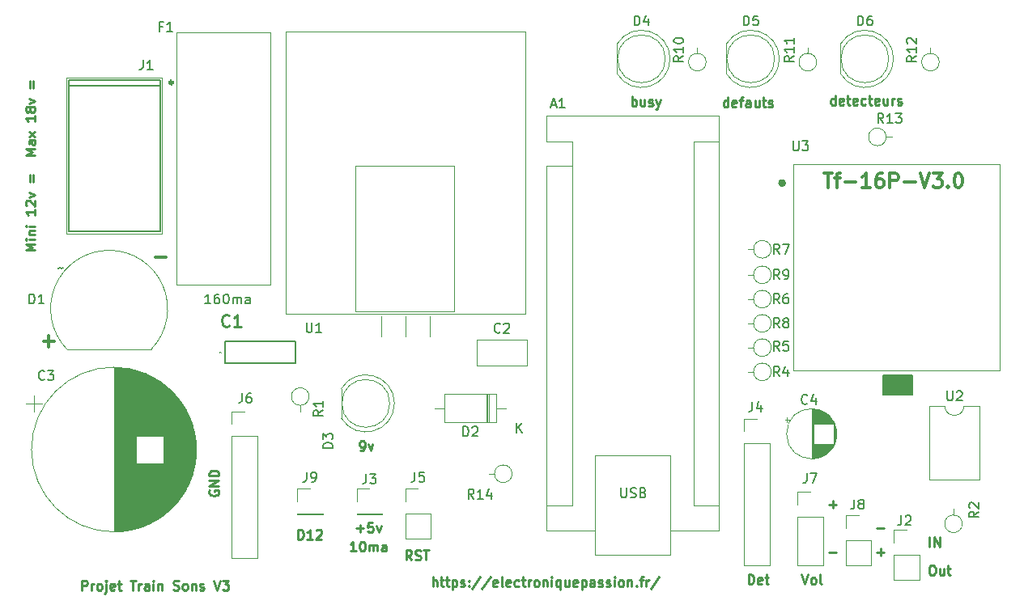
<source format=gbr>
%TF.GenerationSoftware,KiCad,Pcbnew,7.0.10*%
%TF.CreationDate,2024-08-09T23:07:07+02:00*%
%TF.ProjectId,Kicad_Projet_Trains_Sons,4b696361-645f-4507-926f-6a65745f5472,V2*%
%TF.SameCoordinates,Original*%
%TF.FileFunction,Legend,Top*%
%TF.FilePolarity,Positive*%
%FSLAX46Y46*%
G04 Gerber Fmt 4.6, Leading zero omitted, Abs format (unit mm)*
G04 Created by KiCad (PCBNEW 7.0.10) date 2024-08-09 23:07:07*
%MOMM*%
%LPD*%
G01*
G04 APERTURE LIST*
%ADD10C,0.150000*%
%ADD11C,0.250000*%
%ADD12C,0.300000*%
%ADD13C,0.254000*%
%ADD14C,0.200000*%
%ADD15C,0.375000*%
%ADD16C,0.120000*%
%ADD17C,0.100000*%
%ADD18C,0.050000*%
%ADD19C,0.127000*%
%ADD20C,0.350000*%
%ADD21C,0.400000*%
G04 APERTURE END LIST*
D10*
X153999000Y-77473000D02*
X150999000Y-77473000D01*
X150999000Y-75473000D01*
X153999000Y-75473000D01*
X153999000Y-77473000D01*
G36*
X153999000Y-77473000D02*
G01*
X150999000Y-77473000D01*
X150999000Y-75473000D01*
X153999000Y-75473000D01*
X153999000Y-77473000D01*
G37*
D11*
X89758568Y-92609619D02*
X89758568Y-91609619D01*
X89758568Y-91609619D02*
X89996663Y-91609619D01*
X89996663Y-91609619D02*
X90139520Y-91657238D01*
X90139520Y-91657238D02*
X90234758Y-91752476D01*
X90234758Y-91752476D02*
X90282377Y-91847714D01*
X90282377Y-91847714D02*
X90329996Y-92038190D01*
X90329996Y-92038190D02*
X90329996Y-92181047D01*
X90329996Y-92181047D02*
X90282377Y-92371523D01*
X90282377Y-92371523D02*
X90234758Y-92466761D01*
X90234758Y-92466761D02*
X90139520Y-92562000D01*
X90139520Y-92562000D02*
X89996663Y-92609619D01*
X89996663Y-92609619D02*
X89758568Y-92609619D01*
X91282377Y-92609619D02*
X90710949Y-92609619D01*
X90996663Y-92609619D02*
X90996663Y-91609619D01*
X90996663Y-91609619D02*
X90901425Y-91752476D01*
X90901425Y-91752476D02*
X90806187Y-91847714D01*
X90806187Y-91847714D02*
X90710949Y-91895333D01*
X91663330Y-91704857D02*
X91710949Y-91657238D01*
X91710949Y-91657238D02*
X91806187Y-91609619D01*
X91806187Y-91609619D02*
X92044282Y-91609619D01*
X92044282Y-91609619D02*
X92139520Y-91657238D01*
X92139520Y-91657238D02*
X92187139Y-91704857D01*
X92187139Y-91704857D02*
X92234758Y-91800095D01*
X92234758Y-91800095D02*
X92234758Y-91895333D01*
X92234758Y-91895333D02*
X92187139Y-92038190D01*
X92187139Y-92038190D02*
X91615711Y-92609619D01*
X91615711Y-92609619D02*
X92234758Y-92609619D01*
D12*
X144740225Y-54300828D02*
X145597368Y-54300828D01*
X145168796Y-55800828D02*
X145168796Y-54300828D01*
X145883082Y-54800828D02*
X146454510Y-54800828D01*
X146097367Y-55800828D02*
X146097367Y-54515114D01*
X146097367Y-54515114D02*
X146168796Y-54372257D01*
X146168796Y-54372257D02*
X146311653Y-54300828D01*
X146311653Y-54300828D02*
X146454510Y-54300828D01*
X146954510Y-55229400D02*
X148097368Y-55229400D01*
X149597368Y-55800828D02*
X148740225Y-55800828D01*
X149168796Y-55800828D02*
X149168796Y-54300828D01*
X149168796Y-54300828D02*
X149025939Y-54515114D01*
X149025939Y-54515114D02*
X148883082Y-54657971D01*
X148883082Y-54657971D02*
X148740225Y-54729400D01*
X150883082Y-54300828D02*
X150597367Y-54300828D01*
X150597367Y-54300828D02*
X150454510Y-54372257D01*
X150454510Y-54372257D02*
X150383082Y-54443685D01*
X150383082Y-54443685D02*
X150240224Y-54657971D01*
X150240224Y-54657971D02*
X150168796Y-54943685D01*
X150168796Y-54943685D02*
X150168796Y-55515114D01*
X150168796Y-55515114D02*
X150240224Y-55657971D01*
X150240224Y-55657971D02*
X150311653Y-55729400D01*
X150311653Y-55729400D02*
X150454510Y-55800828D01*
X150454510Y-55800828D02*
X150740224Y-55800828D01*
X150740224Y-55800828D02*
X150883082Y-55729400D01*
X150883082Y-55729400D02*
X150954510Y-55657971D01*
X150954510Y-55657971D02*
X151025939Y-55515114D01*
X151025939Y-55515114D02*
X151025939Y-55157971D01*
X151025939Y-55157971D02*
X150954510Y-55015114D01*
X150954510Y-55015114D02*
X150883082Y-54943685D01*
X150883082Y-54943685D02*
X150740224Y-54872257D01*
X150740224Y-54872257D02*
X150454510Y-54872257D01*
X150454510Y-54872257D02*
X150311653Y-54943685D01*
X150311653Y-54943685D02*
X150240224Y-55015114D01*
X150240224Y-55015114D02*
X150168796Y-55157971D01*
X151668795Y-55800828D02*
X151668795Y-54300828D01*
X151668795Y-54300828D02*
X152240224Y-54300828D01*
X152240224Y-54300828D02*
X152383081Y-54372257D01*
X152383081Y-54372257D02*
X152454510Y-54443685D01*
X152454510Y-54443685D02*
X152525938Y-54586542D01*
X152525938Y-54586542D02*
X152525938Y-54800828D01*
X152525938Y-54800828D02*
X152454510Y-54943685D01*
X152454510Y-54943685D02*
X152383081Y-55015114D01*
X152383081Y-55015114D02*
X152240224Y-55086542D01*
X152240224Y-55086542D02*
X151668795Y-55086542D01*
X153168795Y-55229400D02*
X154311653Y-55229400D01*
X154811653Y-54300828D02*
X155311653Y-55800828D01*
X155311653Y-55800828D02*
X155811653Y-54300828D01*
X156168795Y-54300828D02*
X157097367Y-54300828D01*
X157097367Y-54300828D02*
X156597367Y-54872257D01*
X156597367Y-54872257D02*
X156811652Y-54872257D01*
X156811652Y-54872257D02*
X156954510Y-54943685D01*
X156954510Y-54943685D02*
X157025938Y-55015114D01*
X157025938Y-55015114D02*
X157097367Y-55157971D01*
X157097367Y-55157971D02*
X157097367Y-55515114D01*
X157097367Y-55515114D02*
X157025938Y-55657971D01*
X157025938Y-55657971D02*
X156954510Y-55729400D01*
X156954510Y-55729400D02*
X156811652Y-55800828D01*
X156811652Y-55800828D02*
X156383081Y-55800828D01*
X156383081Y-55800828D02*
X156240224Y-55729400D01*
X156240224Y-55729400D02*
X156168795Y-55657971D01*
X157740223Y-55657971D02*
X157811652Y-55729400D01*
X157811652Y-55729400D02*
X157740223Y-55800828D01*
X157740223Y-55800828D02*
X157668795Y-55729400D01*
X157668795Y-55729400D02*
X157740223Y-55657971D01*
X157740223Y-55657971D02*
X157740223Y-55800828D01*
X158740224Y-54300828D02*
X158883081Y-54300828D01*
X158883081Y-54300828D02*
X159025938Y-54372257D01*
X159025938Y-54372257D02*
X159097367Y-54443685D01*
X159097367Y-54443685D02*
X159168795Y-54586542D01*
X159168795Y-54586542D02*
X159240224Y-54872257D01*
X159240224Y-54872257D02*
X159240224Y-55229400D01*
X159240224Y-55229400D02*
X159168795Y-55515114D01*
X159168795Y-55515114D02*
X159097367Y-55657971D01*
X159097367Y-55657971D02*
X159025938Y-55729400D01*
X159025938Y-55729400D02*
X158883081Y-55800828D01*
X158883081Y-55800828D02*
X158740224Y-55800828D01*
X158740224Y-55800828D02*
X158597367Y-55729400D01*
X158597367Y-55729400D02*
X158525938Y-55657971D01*
X158525938Y-55657971D02*
X158454509Y-55515114D01*
X158454509Y-55515114D02*
X158383081Y-55229400D01*
X158383081Y-55229400D02*
X158383081Y-54872257D01*
X158383081Y-54872257D02*
X158454509Y-54586542D01*
X158454509Y-54586542D02*
X158525938Y-54443685D01*
X158525938Y-54443685D02*
X158597367Y-54372257D01*
X158597367Y-54372257D02*
X158740224Y-54300828D01*
D11*
X95854568Y-91483666D02*
X96616473Y-91483666D01*
X96235520Y-91864619D02*
X96235520Y-91102714D01*
X97568853Y-90864619D02*
X97092663Y-90864619D01*
X97092663Y-90864619D02*
X97045044Y-91340809D01*
X97045044Y-91340809D02*
X97092663Y-91293190D01*
X97092663Y-91293190D02*
X97187901Y-91245571D01*
X97187901Y-91245571D02*
X97425996Y-91245571D01*
X97425996Y-91245571D02*
X97521234Y-91293190D01*
X97521234Y-91293190D02*
X97568853Y-91340809D01*
X97568853Y-91340809D02*
X97616472Y-91436047D01*
X97616472Y-91436047D02*
X97616472Y-91674142D01*
X97616472Y-91674142D02*
X97568853Y-91769380D01*
X97568853Y-91769380D02*
X97521234Y-91817000D01*
X97521234Y-91817000D02*
X97425996Y-91864619D01*
X97425996Y-91864619D02*
X97187901Y-91864619D01*
X97187901Y-91864619D02*
X97092663Y-91817000D01*
X97092663Y-91817000D02*
X97045044Y-91769380D01*
X97949806Y-91197952D02*
X98187901Y-91864619D01*
X98187901Y-91864619D02*
X98425996Y-91197952D01*
X150302568Y-93983666D02*
X151064473Y-93983666D01*
X150683520Y-94364619D02*
X150683520Y-93602714D01*
X134731139Y-47364619D02*
X134731139Y-46364619D01*
X134731139Y-47317000D02*
X134635901Y-47364619D01*
X134635901Y-47364619D02*
X134445425Y-47364619D01*
X134445425Y-47364619D02*
X134350187Y-47317000D01*
X134350187Y-47317000D02*
X134302568Y-47269380D01*
X134302568Y-47269380D02*
X134254949Y-47174142D01*
X134254949Y-47174142D02*
X134254949Y-46888428D01*
X134254949Y-46888428D02*
X134302568Y-46793190D01*
X134302568Y-46793190D02*
X134350187Y-46745571D01*
X134350187Y-46745571D02*
X134445425Y-46697952D01*
X134445425Y-46697952D02*
X134635901Y-46697952D01*
X134635901Y-46697952D02*
X134731139Y-46745571D01*
X135588282Y-47317000D02*
X135493044Y-47364619D01*
X135493044Y-47364619D02*
X135302568Y-47364619D01*
X135302568Y-47364619D02*
X135207330Y-47317000D01*
X135207330Y-47317000D02*
X135159711Y-47221761D01*
X135159711Y-47221761D02*
X135159711Y-46840809D01*
X135159711Y-46840809D02*
X135207330Y-46745571D01*
X135207330Y-46745571D02*
X135302568Y-46697952D01*
X135302568Y-46697952D02*
X135493044Y-46697952D01*
X135493044Y-46697952D02*
X135588282Y-46745571D01*
X135588282Y-46745571D02*
X135635901Y-46840809D01*
X135635901Y-46840809D02*
X135635901Y-46936047D01*
X135635901Y-46936047D02*
X135159711Y-47031285D01*
X135921616Y-46697952D02*
X136302568Y-46697952D01*
X136064473Y-47364619D02*
X136064473Y-46507476D01*
X136064473Y-46507476D02*
X136112092Y-46412238D01*
X136112092Y-46412238D02*
X136207330Y-46364619D01*
X136207330Y-46364619D02*
X136302568Y-46364619D01*
X137064473Y-47364619D02*
X137064473Y-46840809D01*
X137064473Y-46840809D02*
X137016854Y-46745571D01*
X137016854Y-46745571D02*
X136921616Y-46697952D01*
X136921616Y-46697952D02*
X136731140Y-46697952D01*
X136731140Y-46697952D02*
X136635902Y-46745571D01*
X137064473Y-47317000D02*
X136969235Y-47364619D01*
X136969235Y-47364619D02*
X136731140Y-47364619D01*
X136731140Y-47364619D02*
X136635902Y-47317000D01*
X136635902Y-47317000D02*
X136588283Y-47221761D01*
X136588283Y-47221761D02*
X136588283Y-47126523D01*
X136588283Y-47126523D02*
X136635902Y-47031285D01*
X136635902Y-47031285D02*
X136731140Y-46983666D01*
X136731140Y-46983666D02*
X136969235Y-46983666D01*
X136969235Y-46983666D02*
X137064473Y-46936047D01*
X137969235Y-46697952D02*
X137969235Y-47364619D01*
X137540664Y-46697952D02*
X137540664Y-47221761D01*
X137540664Y-47221761D02*
X137588283Y-47317000D01*
X137588283Y-47317000D02*
X137683521Y-47364619D01*
X137683521Y-47364619D02*
X137826378Y-47364619D01*
X137826378Y-47364619D02*
X137921616Y-47317000D01*
X137921616Y-47317000D02*
X137969235Y-47269380D01*
X138302569Y-46697952D02*
X138683521Y-46697952D01*
X138445426Y-46364619D02*
X138445426Y-47221761D01*
X138445426Y-47221761D02*
X138493045Y-47317000D01*
X138493045Y-47317000D02*
X138588283Y-47364619D01*
X138588283Y-47364619D02*
X138683521Y-47364619D01*
X138969236Y-47317000D02*
X139064474Y-47364619D01*
X139064474Y-47364619D02*
X139254950Y-47364619D01*
X139254950Y-47364619D02*
X139350188Y-47317000D01*
X139350188Y-47317000D02*
X139397807Y-47221761D01*
X139397807Y-47221761D02*
X139397807Y-47174142D01*
X139397807Y-47174142D02*
X139350188Y-47078904D01*
X139350188Y-47078904D02*
X139254950Y-47031285D01*
X139254950Y-47031285D02*
X139112093Y-47031285D01*
X139112093Y-47031285D02*
X139016855Y-46983666D01*
X139016855Y-46983666D02*
X138969236Y-46888428D01*
X138969236Y-46888428D02*
X138969236Y-46840809D01*
X138969236Y-46840809D02*
X139016855Y-46745571D01*
X139016855Y-46745571D02*
X139112093Y-46697952D01*
X139112093Y-46697952D02*
X139254950Y-46697952D01*
X139254950Y-46697952D02*
X139350188Y-46745571D01*
X136875568Y-97308619D02*
X136875568Y-96308619D01*
X136875568Y-96308619D02*
X137113663Y-96308619D01*
X137113663Y-96308619D02*
X137256520Y-96356238D01*
X137256520Y-96356238D02*
X137351758Y-96451476D01*
X137351758Y-96451476D02*
X137399377Y-96546714D01*
X137399377Y-96546714D02*
X137446996Y-96737190D01*
X137446996Y-96737190D02*
X137446996Y-96880047D01*
X137446996Y-96880047D02*
X137399377Y-97070523D01*
X137399377Y-97070523D02*
X137351758Y-97165761D01*
X137351758Y-97165761D02*
X137256520Y-97261000D01*
X137256520Y-97261000D02*
X137113663Y-97308619D01*
X137113663Y-97308619D02*
X136875568Y-97308619D01*
X138256520Y-97261000D02*
X138161282Y-97308619D01*
X138161282Y-97308619D02*
X137970806Y-97308619D01*
X137970806Y-97308619D02*
X137875568Y-97261000D01*
X137875568Y-97261000D02*
X137827949Y-97165761D01*
X137827949Y-97165761D02*
X137827949Y-96784809D01*
X137827949Y-96784809D02*
X137875568Y-96689571D01*
X137875568Y-96689571D02*
X137970806Y-96641952D01*
X137970806Y-96641952D02*
X138161282Y-96641952D01*
X138161282Y-96641952D02*
X138256520Y-96689571D01*
X138256520Y-96689571D02*
X138304139Y-96784809D01*
X138304139Y-96784809D02*
X138304139Y-96880047D01*
X138304139Y-96880047D02*
X137827949Y-96975285D01*
X138589854Y-96641952D02*
X138970806Y-96641952D01*
X138732711Y-96308619D02*
X138732711Y-97165761D01*
X138732711Y-97165761D02*
X138780330Y-97261000D01*
X138780330Y-97261000D02*
X138875568Y-97308619D01*
X138875568Y-97308619D02*
X138970806Y-97308619D01*
X101632996Y-94768619D02*
X101299663Y-94292428D01*
X101061568Y-94768619D02*
X101061568Y-93768619D01*
X101061568Y-93768619D02*
X101442520Y-93768619D01*
X101442520Y-93768619D02*
X101537758Y-93816238D01*
X101537758Y-93816238D02*
X101585377Y-93863857D01*
X101585377Y-93863857D02*
X101632996Y-93959095D01*
X101632996Y-93959095D02*
X101632996Y-94101952D01*
X101632996Y-94101952D02*
X101585377Y-94197190D01*
X101585377Y-94197190D02*
X101537758Y-94244809D01*
X101537758Y-94244809D02*
X101442520Y-94292428D01*
X101442520Y-94292428D02*
X101061568Y-94292428D01*
X102013949Y-94721000D02*
X102156806Y-94768619D01*
X102156806Y-94768619D02*
X102394901Y-94768619D01*
X102394901Y-94768619D02*
X102490139Y-94721000D01*
X102490139Y-94721000D02*
X102537758Y-94673380D01*
X102537758Y-94673380D02*
X102585377Y-94578142D01*
X102585377Y-94578142D02*
X102585377Y-94482904D01*
X102585377Y-94482904D02*
X102537758Y-94387666D01*
X102537758Y-94387666D02*
X102490139Y-94340047D01*
X102490139Y-94340047D02*
X102394901Y-94292428D01*
X102394901Y-94292428D02*
X102204425Y-94244809D01*
X102204425Y-94244809D02*
X102109187Y-94197190D01*
X102109187Y-94197190D02*
X102061568Y-94149571D01*
X102061568Y-94149571D02*
X102013949Y-94054333D01*
X102013949Y-94054333D02*
X102013949Y-93959095D01*
X102013949Y-93959095D02*
X102061568Y-93863857D01*
X102061568Y-93863857D02*
X102109187Y-93816238D01*
X102109187Y-93816238D02*
X102204425Y-93768619D01*
X102204425Y-93768619D02*
X102442520Y-93768619D01*
X102442520Y-93768619D02*
X102585377Y-93816238D01*
X102871092Y-93768619D02*
X103442520Y-93768619D01*
X103156806Y-94768619D02*
X103156806Y-93768619D01*
X142447711Y-96308619D02*
X142781044Y-97308619D01*
X142781044Y-97308619D02*
X143114377Y-96308619D01*
X143590568Y-97308619D02*
X143495330Y-97261000D01*
X143495330Y-97261000D02*
X143447711Y-97213380D01*
X143447711Y-97213380D02*
X143400092Y-97118142D01*
X143400092Y-97118142D02*
X143400092Y-96832428D01*
X143400092Y-96832428D02*
X143447711Y-96737190D01*
X143447711Y-96737190D02*
X143495330Y-96689571D01*
X143495330Y-96689571D02*
X143590568Y-96641952D01*
X143590568Y-96641952D02*
X143733425Y-96641952D01*
X143733425Y-96641952D02*
X143828663Y-96689571D01*
X143828663Y-96689571D02*
X143876282Y-96737190D01*
X143876282Y-96737190D02*
X143923901Y-96832428D01*
X143923901Y-96832428D02*
X143923901Y-97118142D01*
X143923901Y-97118142D02*
X143876282Y-97213380D01*
X143876282Y-97213380D02*
X143828663Y-97261000D01*
X143828663Y-97261000D02*
X143733425Y-97308619D01*
X143733425Y-97308619D02*
X143590568Y-97308619D01*
X144495330Y-97308619D02*
X144400092Y-97261000D01*
X144400092Y-97261000D02*
X144352473Y-97165761D01*
X144352473Y-97165761D02*
X144352473Y-96308619D01*
X67152568Y-97943619D02*
X67152568Y-96943619D01*
X67152568Y-96943619D02*
X67533520Y-96943619D01*
X67533520Y-96943619D02*
X67628758Y-96991238D01*
X67628758Y-96991238D02*
X67676377Y-97038857D01*
X67676377Y-97038857D02*
X67723996Y-97134095D01*
X67723996Y-97134095D02*
X67723996Y-97276952D01*
X67723996Y-97276952D02*
X67676377Y-97372190D01*
X67676377Y-97372190D02*
X67628758Y-97419809D01*
X67628758Y-97419809D02*
X67533520Y-97467428D01*
X67533520Y-97467428D02*
X67152568Y-97467428D01*
X68152568Y-97943619D02*
X68152568Y-97276952D01*
X68152568Y-97467428D02*
X68200187Y-97372190D01*
X68200187Y-97372190D02*
X68247806Y-97324571D01*
X68247806Y-97324571D02*
X68343044Y-97276952D01*
X68343044Y-97276952D02*
X68438282Y-97276952D01*
X68914473Y-97943619D02*
X68819235Y-97896000D01*
X68819235Y-97896000D02*
X68771616Y-97848380D01*
X68771616Y-97848380D02*
X68723997Y-97753142D01*
X68723997Y-97753142D02*
X68723997Y-97467428D01*
X68723997Y-97467428D02*
X68771616Y-97372190D01*
X68771616Y-97372190D02*
X68819235Y-97324571D01*
X68819235Y-97324571D02*
X68914473Y-97276952D01*
X68914473Y-97276952D02*
X69057330Y-97276952D01*
X69057330Y-97276952D02*
X69152568Y-97324571D01*
X69152568Y-97324571D02*
X69200187Y-97372190D01*
X69200187Y-97372190D02*
X69247806Y-97467428D01*
X69247806Y-97467428D02*
X69247806Y-97753142D01*
X69247806Y-97753142D02*
X69200187Y-97848380D01*
X69200187Y-97848380D02*
X69152568Y-97896000D01*
X69152568Y-97896000D02*
X69057330Y-97943619D01*
X69057330Y-97943619D02*
X68914473Y-97943619D01*
X69676378Y-97276952D02*
X69676378Y-98134095D01*
X69676378Y-98134095D02*
X69628759Y-98229333D01*
X69628759Y-98229333D02*
X69533521Y-98276952D01*
X69533521Y-98276952D02*
X69485902Y-98276952D01*
X69676378Y-96943619D02*
X69628759Y-96991238D01*
X69628759Y-96991238D02*
X69676378Y-97038857D01*
X69676378Y-97038857D02*
X69723997Y-96991238D01*
X69723997Y-96991238D02*
X69676378Y-96943619D01*
X69676378Y-96943619D02*
X69676378Y-97038857D01*
X70533520Y-97896000D02*
X70438282Y-97943619D01*
X70438282Y-97943619D02*
X70247806Y-97943619D01*
X70247806Y-97943619D02*
X70152568Y-97896000D01*
X70152568Y-97896000D02*
X70104949Y-97800761D01*
X70104949Y-97800761D02*
X70104949Y-97419809D01*
X70104949Y-97419809D02*
X70152568Y-97324571D01*
X70152568Y-97324571D02*
X70247806Y-97276952D01*
X70247806Y-97276952D02*
X70438282Y-97276952D01*
X70438282Y-97276952D02*
X70533520Y-97324571D01*
X70533520Y-97324571D02*
X70581139Y-97419809D01*
X70581139Y-97419809D02*
X70581139Y-97515047D01*
X70581139Y-97515047D02*
X70104949Y-97610285D01*
X70866854Y-97276952D02*
X71247806Y-97276952D01*
X71009711Y-96943619D02*
X71009711Y-97800761D01*
X71009711Y-97800761D02*
X71057330Y-97896000D01*
X71057330Y-97896000D02*
X71152568Y-97943619D01*
X71152568Y-97943619D02*
X71247806Y-97943619D01*
X72200188Y-96943619D02*
X72771616Y-96943619D01*
X72485902Y-97943619D02*
X72485902Y-96943619D01*
X73104950Y-97943619D02*
X73104950Y-97276952D01*
X73104950Y-97467428D02*
X73152569Y-97372190D01*
X73152569Y-97372190D02*
X73200188Y-97324571D01*
X73200188Y-97324571D02*
X73295426Y-97276952D01*
X73295426Y-97276952D02*
X73390664Y-97276952D01*
X74152569Y-97943619D02*
X74152569Y-97419809D01*
X74152569Y-97419809D02*
X74104950Y-97324571D01*
X74104950Y-97324571D02*
X74009712Y-97276952D01*
X74009712Y-97276952D02*
X73819236Y-97276952D01*
X73819236Y-97276952D02*
X73723998Y-97324571D01*
X74152569Y-97896000D02*
X74057331Y-97943619D01*
X74057331Y-97943619D02*
X73819236Y-97943619D01*
X73819236Y-97943619D02*
X73723998Y-97896000D01*
X73723998Y-97896000D02*
X73676379Y-97800761D01*
X73676379Y-97800761D02*
X73676379Y-97705523D01*
X73676379Y-97705523D02*
X73723998Y-97610285D01*
X73723998Y-97610285D02*
X73819236Y-97562666D01*
X73819236Y-97562666D02*
X74057331Y-97562666D01*
X74057331Y-97562666D02*
X74152569Y-97515047D01*
X74628760Y-97943619D02*
X74628760Y-97276952D01*
X74628760Y-96943619D02*
X74581141Y-96991238D01*
X74581141Y-96991238D02*
X74628760Y-97038857D01*
X74628760Y-97038857D02*
X74676379Y-96991238D01*
X74676379Y-96991238D02*
X74628760Y-96943619D01*
X74628760Y-96943619D02*
X74628760Y-97038857D01*
X75104950Y-97276952D02*
X75104950Y-97943619D01*
X75104950Y-97372190D02*
X75152569Y-97324571D01*
X75152569Y-97324571D02*
X75247807Y-97276952D01*
X75247807Y-97276952D02*
X75390664Y-97276952D01*
X75390664Y-97276952D02*
X75485902Y-97324571D01*
X75485902Y-97324571D02*
X75533521Y-97419809D01*
X75533521Y-97419809D02*
X75533521Y-97943619D01*
X76723998Y-97896000D02*
X76866855Y-97943619D01*
X76866855Y-97943619D02*
X77104950Y-97943619D01*
X77104950Y-97943619D02*
X77200188Y-97896000D01*
X77200188Y-97896000D02*
X77247807Y-97848380D01*
X77247807Y-97848380D02*
X77295426Y-97753142D01*
X77295426Y-97753142D02*
X77295426Y-97657904D01*
X77295426Y-97657904D02*
X77247807Y-97562666D01*
X77247807Y-97562666D02*
X77200188Y-97515047D01*
X77200188Y-97515047D02*
X77104950Y-97467428D01*
X77104950Y-97467428D02*
X76914474Y-97419809D01*
X76914474Y-97419809D02*
X76819236Y-97372190D01*
X76819236Y-97372190D02*
X76771617Y-97324571D01*
X76771617Y-97324571D02*
X76723998Y-97229333D01*
X76723998Y-97229333D02*
X76723998Y-97134095D01*
X76723998Y-97134095D02*
X76771617Y-97038857D01*
X76771617Y-97038857D02*
X76819236Y-96991238D01*
X76819236Y-96991238D02*
X76914474Y-96943619D01*
X76914474Y-96943619D02*
X77152569Y-96943619D01*
X77152569Y-96943619D02*
X77295426Y-96991238D01*
X77866855Y-97943619D02*
X77771617Y-97896000D01*
X77771617Y-97896000D02*
X77723998Y-97848380D01*
X77723998Y-97848380D02*
X77676379Y-97753142D01*
X77676379Y-97753142D02*
X77676379Y-97467428D01*
X77676379Y-97467428D02*
X77723998Y-97372190D01*
X77723998Y-97372190D02*
X77771617Y-97324571D01*
X77771617Y-97324571D02*
X77866855Y-97276952D01*
X77866855Y-97276952D02*
X78009712Y-97276952D01*
X78009712Y-97276952D02*
X78104950Y-97324571D01*
X78104950Y-97324571D02*
X78152569Y-97372190D01*
X78152569Y-97372190D02*
X78200188Y-97467428D01*
X78200188Y-97467428D02*
X78200188Y-97753142D01*
X78200188Y-97753142D02*
X78152569Y-97848380D01*
X78152569Y-97848380D02*
X78104950Y-97896000D01*
X78104950Y-97896000D02*
X78009712Y-97943619D01*
X78009712Y-97943619D02*
X77866855Y-97943619D01*
X78628760Y-97276952D02*
X78628760Y-97943619D01*
X78628760Y-97372190D02*
X78676379Y-97324571D01*
X78676379Y-97324571D02*
X78771617Y-97276952D01*
X78771617Y-97276952D02*
X78914474Y-97276952D01*
X78914474Y-97276952D02*
X79009712Y-97324571D01*
X79009712Y-97324571D02*
X79057331Y-97419809D01*
X79057331Y-97419809D02*
X79057331Y-97943619D01*
X79485903Y-97896000D02*
X79581141Y-97943619D01*
X79581141Y-97943619D02*
X79771617Y-97943619D01*
X79771617Y-97943619D02*
X79866855Y-97896000D01*
X79866855Y-97896000D02*
X79914474Y-97800761D01*
X79914474Y-97800761D02*
X79914474Y-97753142D01*
X79914474Y-97753142D02*
X79866855Y-97657904D01*
X79866855Y-97657904D02*
X79771617Y-97610285D01*
X79771617Y-97610285D02*
X79628760Y-97610285D01*
X79628760Y-97610285D02*
X79533522Y-97562666D01*
X79533522Y-97562666D02*
X79485903Y-97467428D01*
X79485903Y-97467428D02*
X79485903Y-97419809D01*
X79485903Y-97419809D02*
X79533522Y-97324571D01*
X79533522Y-97324571D02*
X79628760Y-97276952D01*
X79628760Y-97276952D02*
X79771617Y-97276952D01*
X79771617Y-97276952D02*
X79866855Y-97324571D01*
X80962094Y-96943619D02*
X81295427Y-97943619D01*
X81295427Y-97943619D02*
X81628760Y-96943619D01*
X81866856Y-96943619D02*
X82485903Y-96943619D01*
X82485903Y-96943619D02*
X82152570Y-97324571D01*
X82152570Y-97324571D02*
X82295427Y-97324571D01*
X82295427Y-97324571D02*
X82390665Y-97372190D01*
X82390665Y-97372190D02*
X82438284Y-97419809D01*
X82438284Y-97419809D02*
X82485903Y-97515047D01*
X82485903Y-97515047D02*
X82485903Y-97753142D01*
X82485903Y-97753142D02*
X82438284Y-97848380D01*
X82438284Y-97848380D02*
X82390665Y-97896000D01*
X82390665Y-97896000D02*
X82295427Y-97943619D01*
X82295427Y-97943619D02*
X82009713Y-97943619D01*
X82009713Y-97943619D02*
X81914475Y-97896000D01*
X81914475Y-97896000D02*
X81866856Y-97848380D01*
X96283187Y-83338619D02*
X96473663Y-83338619D01*
X96473663Y-83338619D02*
X96568901Y-83291000D01*
X96568901Y-83291000D02*
X96616520Y-83243380D01*
X96616520Y-83243380D02*
X96711758Y-83100523D01*
X96711758Y-83100523D02*
X96759377Y-82910047D01*
X96759377Y-82910047D02*
X96759377Y-82529095D01*
X96759377Y-82529095D02*
X96711758Y-82433857D01*
X96711758Y-82433857D02*
X96664139Y-82386238D01*
X96664139Y-82386238D02*
X96568901Y-82338619D01*
X96568901Y-82338619D02*
X96378425Y-82338619D01*
X96378425Y-82338619D02*
X96283187Y-82386238D01*
X96283187Y-82386238D02*
X96235568Y-82433857D01*
X96235568Y-82433857D02*
X96187949Y-82529095D01*
X96187949Y-82529095D02*
X96187949Y-82767190D01*
X96187949Y-82767190D02*
X96235568Y-82862428D01*
X96235568Y-82862428D02*
X96283187Y-82910047D01*
X96283187Y-82910047D02*
X96378425Y-82957666D01*
X96378425Y-82957666D02*
X96568901Y-82957666D01*
X96568901Y-82957666D02*
X96664139Y-82910047D01*
X96664139Y-82910047D02*
X96711758Y-82862428D01*
X96711758Y-82862428D02*
X96759377Y-82767190D01*
X97092711Y-82671952D02*
X97330806Y-83338619D01*
X97330806Y-83338619D02*
X97568901Y-82671952D01*
X145940139Y-47143619D02*
X145940139Y-46143619D01*
X145940139Y-47096000D02*
X145844901Y-47143619D01*
X145844901Y-47143619D02*
X145654425Y-47143619D01*
X145654425Y-47143619D02*
X145559187Y-47096000D01*
X145559187Y-47096000D02*
X145511568Y-47048380D01*
X145511568Y-47048380D02*
X145463949Y-46953142D01*
X145463949Y-46953142D02*
X145463949Y-46667428D01*
X145463949Y-46667428D02*
X145511568Y-46572190D01*
X145511568Y-46572190D02*
X145559187Y-46524571D01*
X145559187Y-46524571D02*
X145654425Y-46476952D01*
X145654425Y-46476952D02*
X145844901Y-46476952D01*
X145844901Y-46476952D02*
X145940139Y-46524571D01*
X146797282Y-47096000D02*
X146702044Y-47143619D01*
X146702044Y-47143619D02*
X146511568Y-47143619D01*
X146511568Y-47143619D02*
X146416330Y-47096000D01*
X146416330Y-47096000D02*
X146368711Y-47000761D01*
X146368711Y-47000761D02*
X146368711Y-46619809D01*
X146368711Y-46619809D02*
X146416330Y-46524571D01*
X146416330Y-46524571D02*
X146511568Y-46476952D01*
X146511568Y-46476952D02*
X146702044Y-46476952D01*
X146702044Y-46476952D02*
X146797282Y-46524571D01*
X146797282Y-46524571D02*
X146844901Y-46619809D01*
X146844901Y-46619809D02*
X146844901Y-46715047D01*
X146844901Y-46715047D02*
X146368711Y-46810285D01*
X147130616Y-46476952D02*
X147511568Y-46476952D01*
X147273473Y-46143619D02*
X147273473Y-47000761D01*
X147273473Y-47000761D02*
X147321092Y-47096000D01*
X147321092Y-47096000D02*
X147416330Y-47143619D01*
X147416330Y-47143619D02*
X147511568Y-47143619D01*
X148225854Y-47096000D02*
X148130616Y-47143619D01*
X148130616Y-47143619D02*
X147940140Y-47143619D01*
X147940140Y-47143619D02*
X147844902Y-47096000D01*
X147844902Y-47096000D02*
X147797283Y-47000761D01*
X147797283Y-47000761D02*
X147797283Y-46619809D01*
X147797283Y-46619809D02*
X147844902Y-46524571D01*
X147844902Y-46524571D02*
X147940140Y-46476952D01*
X147940140Y-46476952D02*
X148130616Y-46476952D01*
X148130616Y-46476952D02*
X148225854Y-46524571D01*
X148225854Y-46524571D02*
X148273473Y-46619809D01*
X148273473Y-46619809D02*
X148273473Y-46715047D01*
X148273473Y-46715047D02*
X147797283Y-46810285D01*
X149130616Y-47096000D02*
X149035378Y-47143619D01*
X149035378Y-47143619D02*
X148844902Y-47143619D01*
X148844902Y-47143619D02*
X148749664Y-47096000D01*
X148749664Y-47096000D02*
X148702045Y-47048380D01*
X148702045Y-47048380D02*
X148654426Y-46953142D01*
X148654426Y-46953142D02*
X148654426Y-46667428D01*
X148654426Y-46667428D02*
X148702045Y-46572190D01*
X148702045Y-46572190D02*
X148749664Y-46524571D01*
X148749664Y-46524571D02*
X148844902Y-46476952D01*
X148844902Y-46476952D02*
X149035378Y-46476952D01*
X149035378Y-46476952D02*
X149130616Y-46524571D01*
X149416331Y-46476952D02*
X149797283Y-46476952D01*
X149559188Y-46143619D02*
X149559188Y-47000761D01*
X149559188Y-47000761D02*
X149606807Y-47096000D01*
X149606807Y-47096000D02*
X149702045Y-47143619D01*
X149702045Y-47143619D02*
X149797283Y-47143619D01*
X150511569Y-47096000D02*
X150416331Y-47143619D01*
X150416331Y-47143619D02*
X150225855Y-47143619D01*
X150225855Y-47143619D02*
X150130617Y-47096000D01*
X150130617Y-47096000D02*
X150082998Y-47000761D01*
X150082998Y-47000761D02*
X150082998Y-46619809D01*
X150082998Y-46619809D02*
X150130617Y-46524571D01*
X150130617Y-46524571D02*
X150225855Y-46476952D01*
X150225855Y-46476952D02*
X150416331Y-46476952D01*
X150416331Y-46476952D02*
X150511569Y-46524571D01*
X150511569Y-46524571D02*
X150559188Y-46619809D01*
X150559188Y-46619809D02*
X150559188Y-46715047D01*
X150559188Y-46715047D02*
X150082998Y-46810285D01*
X151416331Y-46476952D02*
X151416331Y-47143619D01*
X150987760Y-46476952D02*
X150987760Y-47000761D01*
X150987760Y-47000761D02*
X151035379Y-47096000D01*
X151035379Y-47096000D02*
X151130617Y-47143619D01*
X151130617Y-47143619D02*
X151273474Y-47143619D01*
X151273474Y-47143619D02*
X151368712Y-47096000D01*
X151368712Y-47096000D02*
X151416331Y-47048380D01*
X151892522Y-47143619D02*
X151892522Y-46476952D01*
X151892522Y-46667428D02*
X151940141Y-46572190D01*
X151940141Y-46572190D02*
X151987760Y-46524571D01*
X151987760Y-46524571D02*
X152082998Y-46476952D01*
X152082998Y-46476952D02*
X152178236Y-46476952D01*
X152463951Y-47096000D02*
X152559189Y-47143619D01*
X152559189Y-47143619D02*
X152749665Y-47143619D01*
X152749665Y-47143619D02*
X152844903Y-47096000D01*
X152844903Y-47096000D02*
X152892522Y-47000761D01*
X152892522Y-47000761D02*
X152892522Y-46953142D01*
X152892522Y-46953142D02*
X152844903Y-46857904D01*
X152844903Y-46857904D02*
X152749665Y-46810285D01*
X152749665Y-46810285D02*
X152606808Y-46810285D01*
X152606808Y-46810285D02*
X152511570Y-46762666D01*
X152511570Y-46762666D02*
X152463951Y-46667428D01*
X152463951Y-46667428D02*
X152463951Y-46619809D01*
X152463951Y-46619809D02*
X152511570Y-46524571D01*
X152511570Y-46524571D02*
X152606808Y-46476952D01*
X152606808Y-46476952D02*
X152749665Y-46476952D01*
X152749665Y-46476952D02*
X152844903Y-46524571D01*
X145302568Y-88983666D02*
X146064473Y-88983666D01*
X145683520Y-89364619D02*
X145683520Y-88602714D01*
X150302568Y-91483666D02*
X151064473Y-91483666D01*
X124683568Y-47270619D02*
X124683568Y-46270619D01*
X124683568Y-46651571D02*
X124778806Y-46603952D01*
X124778806Y-46603952D02*
X124969282Y-46603952D01*
X124969282Y-46603952D02*
X125064520Y-46651571D01*
X125064520Y-46651571D02*
X125112139Y-46699190D01*
X125112139Y-46699190D02*
X125159758Y-46794428D01*
X125159758Y-46794428D02*
X125159758Y-47080142D01*
X125159758Y-47080142D02*
X125112139Y-47175380D01*
X125112139Y-47175380D02*
X125064520Y-47223000D01*
X125064520Y-47223000D02*
X124969282Y-47270619D01*
X124969282Y-47270619D02*
X124778806Y-47270619D01*
X124778806Y-47270619D02*
X124683568Y-47223000D01*
X126016901Y-46603952D02*
X126016901Y-47270619D01*
X125588330Y-46603952D02*
X125588330Y-47127761D01*
X125588330Y-47127761D02*
X125635949Y-47223000D01*
X125635949Y-47223000D02*
X125731187Y-47270619D01*
X125731187Y-47270619D02*
X125874044Y-47270619D01*
X125874044Y-47270619D02*
X125969282Y-47223000D01*
X125969282Y-47223000D02*
X126016901Y-47175380D01*
X126445473Y-47223000D02*
X126540711Y-47270619D01*
X126540711Y-47270619D02*
X126731187Y-47270619D01*
X126731187Y-47270619D02*
X126826425Y-47223000D01*
X126826425Y-47223000D02*
X126874044Y-47127761D01*
X126874044Y-47127761D02*
X126874044Y-47080142D01*
X126874044Y-47080142D02*
X126826425Y-46984904D01*
X126826425Y-46984904D02*
X126731187Y-46937285D01*
X126731187Y-46937285D02*
X126588330Y-46937285D01*
X126588330Y-46937285D02*
X126493092Y-46889666D01*
X126493092Y-46889666D02*
X126445473Y-46794428D01*
X126445473Y-46794428D02*
X126445473Y-46746809D01*
X126445473Y-46746809D02*
X126493092Y-46651571D01*
X126493092Y-46651571D02*
X126588330Y-46603952D01*
X126588330Y-46603952D02*
X126731187Y-46603952D01*
X126731187Y-46603952D02*
X126826425Y-46651571D01*
X127207378Y-46603952D02*
X127445473Y-47270619D01*
X127683568Y-46603952D02*
X127445473Y-47270619D01*
X127445473Y-47270619D02*
X127350235Y-47508714D01*
X127350235Y-47508714D02*
X127302616Y-47556333D01*
X127302616Y-47556333D02*
X127207378Y-47603952D01*
X145302568Y-93983666D02*
X146064473Y-93983666D01*
X155802568Y-93364619D02*
X155802568Y-92364619D01*
X156278758Y-93364619D02*
X156278758Y-92364619D01*
X156278758Y-92364619D02*
X156850186Y-93364619D01*
X156850186Y-93364619D02*
X156850186Y-92364619D01*
X62264619Y-62370431D02*
X61264619Y-62370431D01*
X61264619Y-62370431D02*
X61978904Y-62037098D01*
X61978904Y-62037098D02*
X61264619Y-61703765D01*
X61264619Y-61703765D02*
X62264619Y-61703765D01*
X62264619Y-61227574D02*
X61597952Y-61227574D01*
X61264619Y-61227574D02*
X61312238Y-61275193D01*
X61312238Y-61275193D02*
X61359857Y-61227574D01*
X61359857Y-61227574D02*
X61312238Y-61179955D01*
X61312238Y-61179955D02*
X61264619Y-61227574D01*
X61264619Y-61227574D02*
X61359857Y-61227574D01*
X61597952Y-60751384D02*
X62264619Y-60751384D01*
X61693190Y-60751384D02*
X61645571Y-60703765D01*
X61645571Y-60703765D02*
X61597952Y-60608527D01*
X61597952Y-60608527D02*
X61597952Y-60465670D01*
X61597952Y-60465670D02*
X61645571Y-60370432D01*
X61645571Y-60370432D02*
X61740809Y-60322813D01*
X61740809Y-60322813D02*
X62264619Y-60322813D01*
X62264619Y-59846622D02*
X61597952Y-59846622D01*
X61264619Y-59846622D02*
X61312238Y-59894241D01*
X61312238Y-59894241D02*
X61359857Y-59846622D01*
X61359857Y-59846622D02*
X61312238Y-59799003D01*
X61312238Y-59799003D02*
X61264619Y-59846622D01*
X61264619Y-59846622D02*
X61359857Y-59846622D01*
X62264619Y-58084718D02*
X62264619Y-58656146D01*
X62264619Y-58370432D02*
X61264619Y-58370432D01*
X61264619Y-58370432D02*
X61407476Y-58465670D01*
X61407476Y-58465670D02*
X61502714Y-58560908D01*
X61502714Y-58560908D02*
X61550333Y-58656146D01*
X61359857Y-57703765D02*
X61312238Y-57656146D01*
X61312238Y-57656146D02*
X61264619Y-57560908D01*
X61264619Y-57560908D02*
X61264619Y-57322813D01*
X61264619Y-57322813D02*
X61312238Y-57227575D01*
X61312238Y-57227575D02*
X61359857Y-57179956D01*
X61359857Y-57179956D02*
X61455095Y-57132337D01*
X61455095Y-57132337D02*
X61550333Y-57132337D01*
X61550333Y-57132337D02*
X61693190Y-57179956D01*
X61693190Y-57179956D02*
X62264619Y-57751384D01*
X62264619Y-57751384D02*
X62264619Y-57132337D01*
X61597952Y-56799003D02*
X62264619Y-56560908D01*
X62264619Y-56560908D02*
X61597952Y-56322813D01*
X61740809Y-55179955D02*
X61740809Y-54418051D01*
X62026523Y-54418051D02*
X62026523Y-55179955D01*
X62264619Y-52418050D02*
X61264619Y-52418050D01*
X61264619Y-52418050D02*
X61978904Y-52084717D01*
X61978904Y-52084717D02*
X61264619Y-51751384D01*
X61264619Y-51751384D02*
X62264619Y-51751384D01*
X62264619Y-50846622D02*
X61740809Y-50846622D01*
X61740809Y-50846622D02*
X61645571Y-50894241D01*
X61645571Y-50894241D02*
X61597952Y-50989479D01*
X61597952Y-50989479D02*
X61597952Y-51179955D01*
X61597952Y-51179955D02*
X61645571Y-51275193D01*
X62217000Y-50846622D02*
X62264619Y-50941860D01*
X62264619Y-50941860D02*
X62264619Y-51179955D01*
X62264619Y-51179955D02*
X62217000Y-51275193D01*
X62217000Y-51275193D02*
X62121761Y-51322812D01*
X62121761Y-51322812D02*
X62026523Y-51322812D01*
X62026523Y-51322812D02*
X61931285Y-51275193D01*
X61931285Y-51275193D02*
X61883666Y-51179955D01*
X61883666Y-51179955D02*
X61883666Y-50941860D01*
X61883666Y-50941860D02*
X61836047Y-50846622D01*
X62264619Y-50465669D02*
X61597952Y-49941860D01*
X61597952Y-50465669D02*
X62264619Y-49941860D01*
X62264619Y-48275193D02*
X62264619Y-48846621D01*
X62264619Y-48560907D02*
X61264619Y-48560907D01*
X61264619Y-48560907D02*
X61407476Y-48656145D01*
X61407476Y-48656145D02*
X61502714Y-48751383D01*
X61502714Y-48751383D02*
X61550333Y-48846621D01*
X61693190Y-47703764D02*
X61645571Y-47799002D01*
X61645571Y-47799002D02*
X61597952Y-47846621D01*
X61597952Y-47846621D02*
X61502714Y-47894240D01*
X61502714Y-47894240D02*
X61455095Y-47894240D01*
X61455095Y-47894240D02*
X61359857Y-47846621D01*
X61359857Y-47846621D02*
X61312238Y-47799002D01*
X61312238Y-47799002D02*
X61264619Y-47703764D01*
X61264619Y-47703764D02*
X61264619Y-47513288D01*
X61264619Y-47513288D02*
X61312238Y-47418050D01*
X61312238Y-47418050D02*
X61359857Y-47370431D01*
X61359857Y-47370431D02*
X61455095Y-47322812D01*
X61455095Y-47322812D02*
X61502714Y-47322812D01*
X61502714Y-47322812D02*
X61597952Y-47370431D01*
X61597952Y-47370431D02*
X61645571Y-47418050D01*
X61645571Y-47418050D02*
X61693190Y-47513288D01*
X61693190Y-47513288D02*
X61693190Y-47703764D01*
X61693190Y-47703764D02*
X61740809Y-47799002D01*
X61740809Y-47799002D02*
X61788428Y-47846621D01*
X61788428Y-47846621D02*
X61883666Y-47894240D01*
X61883666Y-47894240D02*
X62074142Y-47894240D01*
X62074142Y-47894240D02*
X62169380Y-47846621D01*
X62169380Y-47846621D02*
X62217000Y-47799002D01*
X62217000Y-47799002D02*
X62264619Y-47703764D01*
X62264619Y-47703764D02*
X62264619Y-47513288D01*
X62264619Y-47513288D02*
X62217000Y-47418050D01*
X62217000Y-47418050D02*
X62169380Y-47370431D01*
X62169380Y-47370431D02*
X62074142Y-47322812D01*
X62074142Y-47322812D02*
X61883666Y-47322812D01*
X61883666Y-47322812D02*
X61788428Y-47370431D01*
X61788428Y-47370431D02*
X61740809Y-47418050D01*
X61740809Y-47418050D02*
X61693190Y-47513288D01*
X61597952Y-46989478D02*
X62264619Y-46751383D01*
X62264619Y-46751383D02*
X61597952Y-46513288D01*
X61740809Y-45370430D02*
X61740809Y-44608526D01*
X62026523Y-44608526D02*
X62026523Y-45370430D01*
X103855568Y-97562619D02*
X103855568Y-96562619D01*
X104284139Y-97562619D02*
X104284139Y-97038809D01*
X104284139Y-97038809D02*
X104236520Y-96943571D01*
X104236520Y-96943571D02*
X104141282Y-96895952D01*
X104141282Y-96895952D02*
X103998425Y-96895952D01*
X103998425Y-96895952D02*
X103903187Y-96943571D01*
X103903187Y-96943571D02*
X103855568Y-96991190D01*
X104617473Y-96895952D02*
X104998425Y-96895952D01*
X104760330Y-96562619D02*
X104760330Y-97419761D01*
X104760330Y-97419761D02*
X104807949Y-97515000D01*
X104807949Y-97515000D02*
X104903187Y-97562619D01*
X104903187Y-97562619D02*
X104998425Y-97562619D01*
X105188902Y-96895952D02*
X105569854Y-96895952D01*
X105331759Y-96562619D02*
X105331759Y-97419761D01*
X105331759Y-97419761D02*
X105379378Y-97515000D01*
X105379378Y-97515000D02*
X105474616Y-97562619D01*
X105474616Y-97562619D02*
X105569854Y-97562619D01*
X105903188Y-96895952D02*
X105903188Y-97895952D01*
X105903188Y-96943571D02*
X105998426Y-96895952D01*
X105998426Y-96895952D02*
X106188902Y-96895952D01*
X106188902Y-96895952D02*
X106284140Y-96943571D01*
X106284140Y-96943571D02*
X106331759Y-96991190D01*
X106331759Y-96991190D02*
X106379378Y-97086428D01*
X106379378Y-97086428D02*
X106379378Y-97372142D01*
X106379378Y-97372142D02*
X106331759Y-97467380D01*
X106331759Y-97467380D02*
X106284140Y-97515000D01*
X106284140Y-97515000D02*
X106188902Y-97562619D01*
X106188902Y-97562619D02*
X105998426Y-97562619D01*
X105998426Y-97562619D02*
X105903188Y-97515000D01*
X106760331Y-97515000D02*
X106855569Y-97562619D01*
X106855569Y-97562619D02*
X107046045Y-97562619D01*
X107046045Y-97562619D02*
X107141283Y-97515000D01*
X107141283Y-97515000D02*
X107188902Y-97419761D01*
X107188902Y-97419761D02*
X107188902Y-97372142D01*
X107188902Y-97372142D02*
X107141283Y-97276904D01*
X107141283Y-97276904D02*
X107046045Y-97229285D01*
X107046045Y-97229285D02*
X106903188Y-97229285D01*
X106903188Y-97229285D02*
X106807950Y-97181666D01*
X106807950Y-97181666D02*
X106760331Y-97086428D01*
X106760331Y-97086428D02*
X106760331Y-97038809D01*
X106760331Y-97038809D02*
X106807950Y-96943571D01*
X106807950Y-96943571D02*
X106903188Y-96895952D01*
X106903188Y-96895952D02*
X107046045Y-96895952D01*
X107046045Y-96895952D02*
X107141283Y-96943571D01*
X107617474Y-97467380D02*
X107665093Y-97515000D01*
X107665093Y-97515000D02*
X107617474Y-97562619D01*
X107617474Y-97562619D02*
X107569855Y-97515000D01*
X107569855Y-97515000D02*
X107617474Y-97467380D01*
X107617474Y-97467380D02*
X107617474Y-97562619D01*
X107617474Y-96943571D02*
X107665093Y-96991190D01*
X107665093Y-96991190D02*
X107617474Y-97038809D01*
X107617474Y-97038809D02*
X107569855Y-96991190D01*
X107569855Y-96991190D02*
X107617474Y-96943571D01*
X107617474Y-96943571D02*
X107617474Y-97038809D01*
X108807949Y-96515000D02*
X107950807Y-97800714D01*
X109855568Y-96515000D02*
X108998426Y-97800714D01*
X110569854Y-97515000D02*
X110474616Y-97562619D01*
X110474616Y-97562619D02*
X110284140Y-97562619D01*
X110284140Y-97562619D02*
X110188902Y-97515000D01*
X110188902Y-97515000D02*
X110141283Y-97419761D01*
X110141283Y-97419761D02*
X110141283Y-97038809D01*
X110141283Y-97038809D02*
X110188902Y-96943571D01*
X110188902Y-96943571D02*
X110284140Y-96895952D01*
X110284140Y-96895952D02*
X110474616Y-96895952D01*
X110474616Y-96895952D02*
X110569854Y-96943571D01*
X110569854Y-96943571D02*
X110617473Y-97038809D01*
X110617473Y-97038809D02*
X110617473Y-97134047D01*
X110617473Y-97134047D02*
X110141283Y-97229285D01*
X111188902Y-97562619D02*
X111093664Y-97515000D01*
X111093664Y-97515000D02*
X111046045Y-97419761D01*
X111046045Y-97419761D02*
X111046045Y-96562619D01*
X111950807Y-97515000D02*
X111855569Y-97562619D01*
X111855569Y-97562619D02*
X111665093Y-97562619D01*
X111665093Y-97562619D02*
X111569855Y-97515000D01*
X111569855Y-97515000D02*
X111522236Y-97419761D01*
X111522236Y-97419761D02*
X111522236Y-97038809D01*
X111522236Y-97038809D02*
X111569855Y-96943571D01*
X111569855Y-96943571D02*
X111665093Y-96895952D01*
X111665093Y-96895952D02*
X111855569Y-96895952D01*
X111855569Y-96895952D02*
X111950807Y-96943571D01*
X111950807Y-96943571D02*
X111998426Y-97038809D01*
X111998426Y-97038809D02*
X111998426Y-97134047D01*
X111998426Y-97134047D02*
X111522236Y-97229285D01*
X112855569Y-97515000D02*
X112760331Y-97562619D01*
X112760331Y-97562619D02*
X112569855Y-97562619D01*
X112569855Y-97562619D02*
X112474617Y-97515000D01*
X112474617Y-97515000D02*
X112426998Y-97467380D01*
X112426998Y-97467380D02*
X112379379Y-97372142D01*
X112379379Y-97372142D02*
X112379379Y-97086428D01*
X112379379Y-97086428D02*
X112426998Y-96991190D01*
X112426998Y-96991190D02*
X112474617Y-96943571D01*
X112474617Y-96943571D02*
X112569855Y-96895952D01*
X112569855Y-96895952D02*
X112760331Y-96895952D01*
X112760331Y-96895952D02*
X112855569Y-96943571D01*
X113141284Y-96895952D02*
X113522236Y-96895952D01*
X113284141Y-96562619D02*
X113284141Y-97419761D01*
X113284141Y-97419761D02*
X113331760Y-97515000D01*
X113331760Y-97515000D02*
X113426998Y-97562619D01*
X113426998Y-97562619D02*
X113522236Y-97562619D01*
X113855570Y-97562619D02*
X113855570Y-96895952D01*
X113855570Y-97086428D02*
X113903189Y-96991190D01*
X113903189Y-96991190D02*
X113950808Y-96943571D01*
X113950808Y-96943571D02*
X114046046Y-96895952D01*
X114046046Y-96895952D02*
X114141284Y-96895952D01*
X114617475Y-97562619D02*
X114522237Y-97515000D01*
X114522237Y-97515000D02*
X114474618Y-97467380D01*
X114474618Y-97467380D02*
X114426999Y-97372142D01*
X114426999Y-97372142D02*
X114426999Y-97086428D01*
X114426999Y-97086428D02*
X114474618Y-96991190D01*
X114474618Y-96991190D02*
X114522237Y-96943571D01*
X114522237Y-96943571D02*
X114617475Y-96895952D01*
X114617475Y-96895952D02*
X114760332Y-96895952D01*
X114760332Y-96895952D02*
X114855570Y-96943571D01*
X114855570Y-96943571D02*
X114903189Y-96991190D01*
X114903189Y-96991190D02*
X114950808Y-97086428D01*
X114950808Y-97086428D02*
X114950808Y-97372142D01*
X114950808Y-97372142D02*
X114903189Y-97467380D01*
X114903189Y-97467380D02*
X114855570Y-97515000D01*
X114855570Y-97515000D02*
X114760332Y-97562619D01*
X114760332Y-97562619D02*
X114617475Y-97562619D01*
X115379380Y-96895952D02*
X115379380Y-97562619D01*
X115379380Y-96991190D02*
X115426999Y-96943571D01*
X115426999Y-96943571D02*
X115522237Y-96895952D01*
X115522237Y-96895952D02*
X115665094Y-96895952D01*
X115665094Y-96895952D02*
X115760332Y-96943571D01*
X115760332Y-96943571D02*
X115807951Y-97038809D01*
X115807951Y-97038809D02*
X115807951Y-97562619D01*
X116284142Y-97562619D02*
X116284142Y-96895952D01*
X116284142Y-96562619D02*
X116236523Y-96610238D01*
X116236523Y-96610238D02*
X116284142Y-96657857D01*
X116284142Y-96657857D02*
X116331761Y-96610238D01*
X116331761Y-96610238D02*
X116284142Y-96562619D01*
X116284142Y-96562619D02*
X116284142Y-96657857D01*
X117188903Y-96895952D02*
X117188903Y-97895952D01*
X117188903Y-97515000D02*
X117093665Y-97562619D01*
X117093665Y-97562619D02*
X116903189Y-97562619D01*
X116903189Y-97562619D02*
X116807951Y-97515000D01*
X116807951Y-97515000D02*
X116760332Y-97467380D01*
X116760332Y-97467380D02*
X116712713Y-97372142D01*
X116712713Y-97372142D02*
X116712713Y-97086428D01*
X116712713Y-97086428D02*
X116760332Y-96991190D01*
X116760332Y-96991190D02*
X116807951Y-96943571D01*
X116807951Y-96943571D02*
X116903189Y-96895952D01*
X116903189Y-96895952D02*
X117093665Y-96895952D01*
X117093665Y-96895952D02*
X117188903Y-96943571D01*
X118093665Y-96895952D02*
X118093665Y-97562619D01*
X117665094Y-96895952D02*
X117665094Y-97419761D01*
X117665094Y-97419761D02*
X117712713Y-97515000D01*
X117712713Y-97515000D02*
X117807951Y-97562619D01*
X117807951Y-97562619D02*
X117950808Y-97562619D01*
X117950808Y-97562619D02*
X118046046Y-97515000D01*
X118046046Y-97515000D02*
X118093665Y-97467380D01*
X118950808Y-97515000D02*
X118855570Y-97562619D01*
X118855570Y-97562619D02*
X118665094Y-97562619D01*
X118665094Y-97562619D02*
X118569856Y-97515000D01*
X118569856Y-97515000D02*
X118522237Y-97419761D01*
X118522237Y-97419761D02*
X118522237Y-97038809D01*
X118522237Y-97038809D02*
X118569856Y-96943571D01*
X118569856Y-96943571D02*
X118665094Y-96895952D01*
X118665094Y-96895952D02*
X118855570Y-96895952D01*
X118855570Y-96895952D02*
X118950808Y-96943571D01*
X118950808Y-96943571D02*
X118998427Y-97038809D01*
X118998427Y-97038809D02*
X118998427Y-97134047D01*
X118998427Y-97134047D02*
X118522237Y-97229285D01*
X119426999Y-96895952D02*
X119426999Y-97895952D01*
X119426999Y-96943571D02*
X119522237Y-96895952D01*
X119522237Y-96895952D02*
X119712713Y-96895952D01*
X119712713Y-96895952D02*
X119807951Y-96943571D01*
X119807951Y-96943571D02*
X119855570Y-96991190D01*
X119855570Y-96991190D02*
X119903189Y-97086428D01*
X119903189Y-97086428D02*
X119903189Y-97372142D01*
X119903189Y-97372142D02*
X119855570Y-97467380D01*
X119855570Y-97467380D02*
X119807951Y-97515000D01*
X119807951Y-97515000D02*
X119712713Y-97562619D01*
X119712713Y-97562619D02*
X119522237Y-97562619D01*
X119522237Y-97562619D02*
X119426999Y-97515000D01*
X120760332Y-97562619D02*
X120760332Y-97038809D01*
X120760332Y-97038809D02*
X120712713Y-96943571D01*
X120712713Y-96943571D02*
X120617475Y-96895952D01*
X120617475Y-96895952D02*
X120426999Y-96895952D01*
X120426999Y-96895952D02*
X120331761Y-96943571D01*
X120760332Y-97515000D02*
X120665094Y-97562619D01*
X120665094Y-97562619D02*
X120426999Y-97562619D01*
X120426999Y-97562619D02*
X120331761Y-97515000D01*
X120331761Y-97515000D02*
X120284142Y-97419761D01*
X120284142Y-97419761D02*
X120284142Y-97324523D01*
X120284142Y-97324523D02*
X120331761Y-97229285D01*
X120331761Y-97229285D02*
X120426999Y-97181666D01*
X120426999Y-97181666D02*
X120665094Y-97181666D01*
X120665094Y-97181666D02*
X120760332Y-97134047D01*
X121188904Y-97515000D02*
X121284142Y-97562619D01*
X121284142Y-97562619D02*
X121474618Y-97562619D01*
X121474618Y-97562619D02*
X121569856Y-97515000D01*
X121569856Y-97515000D02*
X121617475Y-97419761D01*
X121617475Y-97419761D02*
X121617475Y-97372142D01*
X121617475Y-97372142D02*
X121569856Y-97276904D01*
X121569856Y-97276904D02*
X121474618Y-97229285D01*
X121474618Y-97229285D02*
X121331761Y-97229285D01*
X121331761Y-97229285D02*
X121236523Y-97181666D01*
X121236523Y-97181666D02*
X121188904Y-97086428D01*
X121188904Y-97086428D02*
X121188904Y-97038809D01*
X121188904Y-97038809D02*
X121236523Y-96943571D01*
X121236523Y-96943571D02*
X121331761Y-96895952D01*
X121331761Y-96895952D02*
X121474618Y-96895952D01*
X121474618Y-96895952D02*
X121569856Y-96943571D01*
X121998428Y-97515000D02*
X122093666Y-97562619D01*
X122093666Y-97562619D02*
X122284142Y-97562619D01*
X122284142Y-97562619D02*
X122379380Y-97515000D01*
X122379380Y-97515000D02*
X122426999Y-97419761D01*
X122426999Y-97419761D02*
X122426999Y-97372142D01*
X122426999Y-97372142D02*
X122379380Y-97276904D01*
X122379380Y-97276904D02*
X122284142Y-97229285D01*
X122284142Y-97229285D02*
X122141285Y-97229285D01*
X122141285Y-97229285D02*
X122046047Y-97181666D01*
X122046047Y-97181666D02*
X121998428Y-97086428D01*
X121998428Y-97086428D02*
X121998428Y-97038809D01*
X121998428Y-97038809D02*
X122046047Y-96943571D01*
X122046047Y-96943571D02*
X122141285Y-96895952D01*
X122141285Y-96895952D02*
X122284142Y-96895952D01*
X122284142Y-96895952D02*
X122379380Y-96943571D01*
X122855571Y-97562619D02*
X122855571Y-96895952D01*
X122855571Y-96562619D02*
X122807952Y-96610238D01*
X122807952Y-96610238D02*
X122855571Y-96657857D01*
X122855571Y-96657857D02*
X122903190Y-96610238D01*
X122903190Y-96610238D02*
X122855571Y-96562619D01*
X122855571Y-96562619D02*
X122855571Y-96657857D01*
X123474618Y-97562619D02*
X123379380Y-97515000D01*
X123379380Y-97515000D02*
X123331761Y-97467380D01*
X123331761Y-97467380D02*
X123284142Y-97372142D01*
X123284142Y-97372142D02*
X123284142Y-97086428D01*
X123284142Y-97086428D02*
X123331761Y-96991190D01*
X123331761Y-96991190D02*
X123379380Y-96943571D01*
X123379380Y-96943571D02*
X123474618Y-96895952D01*
X123474618Y-96895952D02*
X123617475Y-96895952D01*
X123617475Y-96895952D02*
X123712713Y-96943571D01*
X123712713Y-96943571D02*
X123760332Y-96991190D01*
X123760332Y-96991190D02*
X123807951Y-97086428D01*
X123807951Y-97086428D02*
X123807951Y-97372142D01*
X123807951Y-97372142D02*
X123760332Y-97467380D01*
X123760332Y-97467380D02*
X123712713Y-97515000D01*
X123712713Y-97515000D02*
X123617475Y-97562619D01*
X123617475Y-97562619D02*
X123474618Y-97562619D01*
X124236523Y-96895952D02*
X124236523Y-97562619D01*
X124236523Y-96991190D02*
X124284142Y-96943571D01*
X124284142Y-96943571D02*
X124379380Y-96895952D01*
X124379380Y-96895952D02*
X124522237Y-96895952D01*
X124522237Y-96895952D02*
X124617475Y-96943571D01*
X124617475Y-96943571D02*
X124665094Y-97038809D01*
X124665094Y-97038809D02*
X124665094Y-97562619D01*
X125141285Y-97467380D02*
X125188904Y-97515000D01*
X125188904Y-97515000D02*
X125141285Y-97562619D01*
X125141285Y-97562619D02*
X125093666Y-97515000D01*
X125093666Y-97515000D02*
X125141285Y-97467380D01*
X125141285Y-97467380D02*
X125141285Y-97562619D01*
X125474618Y-96895952D02*
X125855570Y-96895952D01*
X125617475Y-97562619D02*
X125617475Y-96705476D01*
X125617475Y-96705476D02*
X125665094Y-96610238D01*
X125665094Y-96610238D02*
X125760332Y-96562619D01*
X125760332Y-96562619D02*
X125855570Y-96562619D01*
X126188904Y-97562619D02*
X126188904Y-96895952D01*
X126188904Y-97086428D02*
X126236523Y-96991190D01*
X126236523Y-96991190D02*
X126284142Y-96943571D01*
X126284142Y-96943571D02*
X126379380Y-96895952D01*
X126379380Y-96895952D02*
X126474618Y-96895952D01*
X127522237Y-96515000D02*
X126665095Y-97800714D01*
X95826377Y-93864619D02*
X95254949Y-93864619D01*
X95540663Y-93864619D02*
X95540663Y-92864619D01*
X95540663Y-92864619D02*
X95445425Y-93007476D01*
X95445425Y-93007476D02*
X95350187Y-93102714D01*
X95350187Y-93102714D02*
X95254949Y-93150333D01*
X96445425Y-92864619D02*
X96540663Y-92864619D01*
X96540663Y-92864619D02*
X96635901Y-92912238D01*
X96635901Y-92912238D02*
X96683520Y-92959857D01*
X96683520Y-92959857D02*
X96731139Y-93055095D01*
X96731139Y-93055095D02*
X96778758Y-93245571D01*
X96778758Y-93245571D02*
X96778758Y-93483666D01*
X96778758Y-93483666D02*
X96731139Y-93674142D01*
X96731139Y-93674142D02*
X96683520Y-93769380D01*
X96683520Y-93769380D02*
X96635901Y-93817000D01*
X96635901Y-93817000D02*
X96540663Y-93864619D01*
X96540663Y-93864619D02*
X96445425Y-93864619D01*
X96445425Y-93864619D02*
X96350187Y-93817000D01*
X96350187Y-93817000D02*
X96302568Y-93769380D01*
X96302568Y-93769380D02*
X96254949Y-93674142D01*
X96254949Y-93674142D02*
X96207330Y-93483666D01*
X96207330Y-93483666D02*
X96207330Y-93245571D01*
X96207330Y-93245571D02*
X96254949Y-93055095D01*
X96254949Y-93055095D02*
X96302568Y-92959857D01*
X96302568Y-92959857D02*
X96350187Y-92912238D01*
X96350187Y-92912238D02*
X96445425Y-92864619D01*
X97207330Y-93864619D02*
X97207330Y-93197952D01*
X97207330Y-93293190D02*
X97254949Y-93245571D01*
X97254949Y-93245571D02*
X97350187Y-93197952D01*
X97350187Y-93197952D02*
X97493044Y-93197952D01*
X97493044Y-93197952D02*
X97588282Y-93245571D01*
X97588282Y-93245571D02*
X97635901Y-93340809D01*
X97635901Y-93340809D02*
X97635901Y-93864619D01*
X97635901Y-93340809D02*
X97683520Y-93245571D01*
X97683520Y-93245571D02*
X97778758Y-93197952D01*
X97778758Y-93197952D02*
X97921615Y-93197952D01*
X97921615Y-93197952D02*
X98016854Y-93245571D01*
X98016854Y-93245571D02*
X98064473Y-93340809D01*
X98064473Y-93340809D02*
X98064473Y-93864619D01*
X98969234Y-93864619D02*
X98969234Y-93340809D01*
X98969234Y-93340809D02*
X98921615Y-93245571D01*
X98921615Y-93245571D02*
X98826377Y-93197952D01*
X98826377Y-93197952D02*
X98635901Y-93197952D01*
X98635901Y-93197952D02*
X98540663Y-93245571D01*
X98969234Y-93817000D02*
X98873996Y-93864619D01*
X98873996Y-93864619D02*
X98635901Y-93864619D01*
X98635901Y-93864619D02*
X98540663Y-93817000D01*
X98540663Y-93817000D02*
X98493044Y-93721761D01*
X98493044Y-93721761D02*
X98493044Y-93626523D01*
X98493044Y-93626523D02*
X98540663Y-93531285D01*
X98540663Y-93531285D02*
X98635901Y-93483666D01*
X98635901Y-93483666D02*
X98873996Y-93483666D01*
X98873996Y-93483666D02*
X98969234Y-93436047D01*
X80521238Y-87500622D02*
X80473619Y-87595860D01*
X80473619Y-87595860D02*
X80473619Y-87738717D01*
X80473619Y-87738717D02*
X80521238Y-87881574D01*
X80521238Y-87881574D02*
X80616476Y-87976812D01*
X80616476Y-87976812D02*
X80711714Y-88024431D01*
X80711714Y-88024431D02*
X80902190Y-88072050D01*
X80902190Y-88072050D02*
X81045047Y-88072050D01*
X81045047Y-88072050D02*
X81235523Y-88024431D01*
X81235523Y-88024431D02*
X81330761Y-87976812D01*
X81330761Y-87976812D02*
X81426000Y-87881574D01*
X81426000Y-87881574D02*
X81473619Y-87738717D01*
X81473619Y-87738717D02*
X81473619Y-87643479D01*
X81473619Y-87643479D02*
X81426000Y-87500622D01*
X81426000Y-87500622D02*
X81378380Y-87453003D01*
X81378380Y-87453003D02*
X81045047Y-87453003D01*
X81045047Y-87453003D02*
X81045047Y-87643479D01*
X81473619Y-87024431D02*
X80473619Y-87024431D01*
X80473619Y-87024431D02*
X81473619Y-86453003D01*
X81473619Y-86453003D02*
X80473619Y-86453003D01*
X81473619Y-85976812D02*
X80473619Y-85976812D01*
X80473619Y-85976812D02*
X80473619Y-85738717D01*
X80473619Y-85738717D02*
X80521238Y-85595860D01*
X80521238Y-85595860D02*
X80616476Y-85500622D01*
X80616476Y-85500622D02*
X80711714Y-85453003D01*
X80711714Y-85453003D02*
X80902190Y-85405384D01*
X80902190Y-85405384D02*
X81045047Y-85405384D01*
X81045047Y-85405384D02*
X81235523Y-85453003D01*
X81235523Y-85453003D02*
X81330761Y-85500622D01*
X81330761Y-85500622D02*
X81426000Y-85595860D01*
X81426000Y-85595860D02*
X81473619Y-85738717D01*
X81473619Y-85738717D02*
X81473619Y-85976812D01*
X155993044Y-95364619D02*
X156183520Y-95364619D01*
X156183520Y-95364619D02*
X156278758Y-95412238D01*
X156278758Y-95412238D02*
X156373996Y-95507476D01*
X156373996Y-95507476D02*
X156421615Y-95697952D01*
X156421615Y-95697952D02*
X156421615Y-96031285D01*
X156421615Y-96031285D02*
X156373996Y-96221761D01*
X156373996Y-96221761D02*
X156278758Y-96317000D01*
X156278758Y-96317000D02*
X156183520Y-96364619D01*
X156183520Y-96364619D02*
X155993044Y-96364619D01*
X155993044Y-96364619D02*
X155897806Y-96317000D01*
X155897806Y-96317000D02*
X155802568Y-96221761D01*
X155802568Y-96221761D02*
X155754949Y-96031285D01*
X155754949Y-96031285D02*
X155754949Y-95697952D01*
X155754949Y-95697952D02*
X155802568Y-95507476D01*
X155802568Y-95507476D02*
X155897806Y-95412238D01*
X155897806Y-95412238D02*
X155993044Y-95364619D01*
X157278758Y-95697952D02*
X157278758Y-96364619D01*
X156850187Y-95697952D02*
X156850187Y-96221761D01*
X156850187Y-96221761D02*
X156897806Y-96317000D01*
X156897806Y-96317000D02*
X156993044Y-96364619D01*
X156993044Y-96364619D02*
X157135901Y-96364619D01*
X157135901Y-96364619D02*
X157231139Y-96317000D01*
X157231139Y-96317000D02*
X157278758Y-96269380D01*
X157612092Y-95697952D02*
X157993044Y-95697952D01*
X157754949Y-95364619D02*
X157754949Y-96221761D01*
X157754949Y-96221761D02*
X157802568Y-96317000D01*
X157802568Y-96317000D02*
X157897806Y-96364619D01*
X157897806Y-96364619D02*
X157993044Y-96364619D01*
D10*
X140116333Y-65386819D02*
X139783000Y-64910628D01*
X139544905Y-65386819D02*
X139544905Y-64386819D01*
X139544905Y-64386819D02*
X139925857Y-64386819D01*
X139925857Y-64386819D02*
X140021095Y-64434438D01*
X140021095Y-64434438D02*
X140068714Y-64482057D01*
X140068714Y-64482057D02*
X140116333Y-64577295D01*
X140116333Y-64577295D02*
X140116333Y-64720152D01*
X140116333Y-64720152D02*
X140068714Y-64815390D01*
X140068714Y-64815390D02*
X140021095Y-64863009D01*
X140021095Y-64863009D02*
X139925857Y-64910628D01*
X139925857Y-64910628D02*
X139544905Y-64910628D01*
X140592524Y-65386819D02*
X140783000Y-65386819D01*
X140783000Y-65386819D02*
X140878238Y-65339200D01*
X140878238Y-65339200D02*
X140925857Y-65291580D01*
X140925857Y-65291580D02*
X141021095Y-65148723D01*
X141021095Y-65148723D02*
X141068714Y-64958247D01*
X141068714Y-64958247D02*
X141068714Y-64577295D01*
X141068714Y-64577295D02*
X141021095Y-64482057D01*
X141021095Y-64482057D02*
X140973476Y-64434438D01*
X140973476Y-64434438D02*
X140878238Y-64386819D01*
X140878238Y-64386819D02*
X140687762Y-64386819D01*
X140687762Y-64386819D02*
X140592524Y-64434438D01*
X140592524Y-64434438D02*
X140544905Y-64482057D01*
X140544905Y-64482057D02*
X140497286Y-64577295D01*
X140497286Y-64577295D02*
X140497286Y-64815390D01*
X140497286Y-64815390D02*
X140544905Y-64910628D01*
X140544905Y-64910628D02*
X140592524Y-64958247D01*
X140592524Y-64958247D02*
X140687762Y-65005866D01*
X140687762Y-65005866D02*
X140878238Y-65005866D01*
X140878238Y-65005866D02*
X140973476Y-64958247D01*
X140973476Y-64958247D02*
X141021095Y-64910628D01*
X141021095Y-64910628D02*
X141068714Y-64815390D01*
D13*
X82578333Y-70243365D02*
X82517857Y-70303842D01*
X82517857Y-70303842D02*
X82336428Y-70364318D01*
X82336428Y-70364318D02*
X82215476Y-70364318D01*
X82215476Y-70364318D02*
X82034047Y-70303842D01*
X82034047Y-70303842D02*
X81913095Y-70182889D01*
X81913095Y-70182889D02*
X81852618Y-70061937D01*
X81852618Y-70061937D02*
X81792142Y-69820032D01*
X81792142Y-69820032D02*
X81792142Y-69638603D01*
X81792142Y-69638603D02*
X81852618Y-69396699D01*
X81852618Y-69396699D02*
X81913095Y-69275746D01*
X81913095Y-69275746D02*
X82034047Y-69154794D01*
X82034047Y-69154794D02*
X82215476Y-69094318D01*
X82215476Y-69094318D02*
X82336428Y-69094318D01*
X82336428Y-69094318D02*
X82517857Y-69154794D01*
X82517857Y-69154794D02*
X82578333Y-69215270D01*
X83787857Y-70364318D02*
X83062142Y-70364318D01*
X83424999Y-70364318D02*
X83424999Y-69094318D01*
X83424999Y-69094318D02*
X83304047Y-69275746D01*
X83304047Y-69275746D02*
X83183095Y-69396699D01*
X83183095Y-69396699D02*
X83062142Y-69457175D01*
D10*
X124939905Y-38820819D02*
X124939905Y-37820819D01*
X124939905Y-37820819D02*
X125178000Y-37820819D01*
X125178000Y-37820819D02*
X125320857Y-37868438D01*
X125320857Y-37868438D02*
X125416095Y-37963676D01*
X125416095Y-37963676D02*
X125463714Y-38058914D01*
X125463714Y-38058914D02*
X125511333Y-38249390D01*
X125511333Y-38249390D02*
X125511333Y-38392247D01*
X125511333Y-38392247D02*
X125463714Y-38582723D01*
X125463714Y-38582723D02*
X125416095Y-38677961D01*
X125416095Y-38677961D02*
X125320857Y-38773200D01*
X125320857Y-38773200D02*
X125178000Y-38820819D01*
X125178000Y-38820819D02*
X124939905Y-38820819D01*
X126368476Y-38154152D02*
X126368476Y-38820819D01*
X126130381Y-37773200D02*
X125892286Y-38487485D01*
X125892286Y-38487485D02*
X126511333Y-38487485D01*
X141611819Y-42038857D02*
X141135628Y-42372190D01*
X141611819Y-42610285D02*
X140611819Y-42610285D01*
X140611819Y-42610285D02*
X140611819Y-42229333D01*
X140611819Y-42229333D02*
X140659438Y-42134095D01*
X140659438Y-42134095D02*
X140707057Y-42086476D01*
X140707057Y-42086476D02*
X140802295Y-42038857D01*
X140802295Y-42038857D02*
X140945152Y-42038857D01*
X140945152Y-42038857D02*
X141040390Y-42086476D01*
X141040390Y-42086476D02*
X141088009Y-42134095D01*
X141088009Y-42134095D02*
X141135628Y-42229333D01*
X141135628Y-42229333D02*
X141135628Y-42610285D01*
X141611819Y-41086476D02*
X141611819Y-41657904D01*
X141611819Y-41372190D02*
X140611819Y-41372190D01*
X140611819Y-41372190D02*
X140754676Y-41467428D01*
X140754676Y-41467428D02*
X140849914Y-41562666D01*
X140849914Y-41562666D02*
X140897533Y-41657904D01*
X141611819Y-40134095D02*
X141611819Y-40705523D01*
X141611819Y-40419809D02*
X140611819Y-40419809D01*
X140611819Y-40419809D02*
X140754676Y-40515047D01*
X140754676Y-40515047D02*
X140849914Y-40610285D01*
X140849914Y-40610285D02*
X140897533Y-40705523D01*
X83915666Y-77327819D02*
X83915666Y-78042104D01*
X83915666Y-78042104D02*
X83868047Y-78184961D01*
X83868047Y-78184961D02*
X83772809Y-78280200D01*
X83772809Y-78280200D02*
X83629952Y-78327819D01*
X83629952Y-78327819D02*
X83534714Y-78327819D01*
X84820428Y-77327819D02*
X84629952Y-77327819D01*
X84629952Y-77327819D02*
X84534714Y-77375438D01*
X84534714Y-77375438D02*
X84487095Y-77423057D01*
X84487095Y-77423057D02*
X84391857Y-77565914D01*
X84391857Y-77565914D02*
X84344238Y-77756390D01*
X84344238Y-77756390D02*
X84344238Y-78137342D01*
X84344238Y-78137342D02*
X84391857Y-78232580D01*
X84391857Y-78232580D02*
X84439476Y-78280200D01*
X84439476Y-78280200D02*
X84534714Y-78327819D01*
X84534714Y-78327819D02*
X84725190Y-78327819D01*
X84725190Y-78327819D02*
X84820428Y-78280200D01*
X84820428Y-78280200D02*
X84868047Y-78232580D01*
X84868047Y-78232580D02*
X84915666Y-78137342D01*
X84915666Y-78137342D02*
X84915666Y-77899247D01*
X84915666Y-77899247D02*
X84868047Y-77804009D01*
X84868047Y-77804009D02*
X84820428Y-77756390D01*
X84820428Y-77756390D02*
X84725190Y-77708771D01*
X84725190Y-77708771D02*
X84534714Y-77708771D01*
X84534714Y-77708771D02*
X84439476Y-77756390D01*
X84439476Y-77756390D02*
X84391857Y-77804009D01*
X84391857Y-77804009D02*
X84344238Y-77899247D01*
X154438819Y-42038857D02*
X153962628Y-42372190D01*
X154438819Y-42610285D02*
X153438819Y-42610285D01*
X153438819Y-42610285D02*
X153438819Y-42229333D01*
X153438819Y-42229333D02*
X153486438Y-42134095D01*
X153486438Y-42134095D02*
X153534057Y-42086476D01*
X153534057Y-42086476D02*
X153629295Y-42038857D01*
X153629295Y-42038857D02*
X153772152Y-42038857D01*
X153772152Y-42038857D02*
X153867390Y-42086476D01*
X153867390Y-42086476D02*
X153915009Y-42134095D01*
X153915009Y-42134095D02*
X153962628Y-42229333D01*
X153962628Y-42229333D02*
X153962628Y-42610285D01*
X154438819Y-41086476D02*
X154438819Y-41657904D01*
X154438819Y-41372190D02*
X153438819Y-41372190D01*
X153438819Y-41372190D02*
X153581676Y-41467428D01*
X153581676Y-41467428D02*
X153676914Y-41562666D01*
X153676914Y-41562666D02*
X153724533Y-41657904D01*
X153534057Y-40705523D02*
X153486438Y-40657904D01*
X153486438Y-40657904D02*
X153438819Y-40562666D01*
X153438819Y-40562666D02*
X153438819Y-40324571D01*
X153438819Y-40324571D02*
X153486438Y-40229333D01*
X153486438Y-40229333D02*
X153534057Y-40181714D01*
X153534057Y-40181714D02*
X153629295Y-40134095D01*
X153629295Y-40134095D02*
X153724533Y-40134095D01*
X153724533Y-40134095D02*
X153867390Y-40181714D01*
X153867390Y-40181714D02*
X154438819Y-40753142D01*
X154438819Y-40753142D02*
X154438819Y-40134095D01*
X75566666Y-38931009D02*
X75233333Y-38931009D01*
X75233333Y-39454819D02*
X75233333Y-38454819D01*
X75233333Y-38454819D02*
X75709523Y-38454819D01*
X76614285Y-39454819D02*
X76042857Y-39454819D01*
X76328571Y-39454819D02*
X76328571Y-38454819D01*
X76328571Y-38454819D02*
X76233333Y-38597676D01*
X76233333Y-38597676D02*
X76138095Y-38692914D01*
X76138095Y-38692914D02*
X76042857Y-38740533D01*
X80614285Y-67954819D02*
X80042857Y-67954819D01*
X80328571Y-67954819D02*
X80328571Y-66954819D01*
X80328571Y-66954819D02*
X80233333Y-67097676D01*
X80233333Y-67097676D02*
X80138095Y-67192914D01*
X80138095Y-67192914D02*
X80042857Y-67240533D01*
X81471428Y-66954819D02*
X81280952Y-66954819D01*
X81280952Y-66954819D02*
X81185714Y-67002438D01*
X81185714Y-67002438D02*
X81138095Y-67050057D01*
X81138095Y-67050057D02*
X81042857Y-67192914D01*
X81042857Y-67192914D02*
X80995238Y-67383390D01*
X80995238Y-67383390D02*
X80995238Y-67764342D01*
X80995238Y-67764342D02*
X81042857Y-67859580D01*
X81042857Y-67859580D02*
X81090476Y-67907200D01*
X81090476Y-67907200D02*
X81185714Y-67954819D01*
X81185714Y-67954819D02*
X81376190Y-67954819D01*
X81376190Y-67954819D02*
X81471428Y-67907200D01*
X81471428Y-67907200D02*
X81519047Y-67859580D01*
X81519047Y-67859580D02*
X81566666Y-67764342D01*
X81566666Y-67764342D02*
X81566666Y-67526247D01*
X81566666Y-67526247D02*
X81519047Y-67431009D01*
X81519047Y-67431009D02*
X81471428Y-67383390D01*
X81471428Y-67383390D02*
X81376190Y-67335771D01*
X81376190Y-67335771D02*
X81185714Y-67335771D01*
X81185714Y-67335771D02*
X81090476Y-67383390D01*
X81090476Y-67383390D02*
X81042857Y-67431009D01*
X81042857Y-67431009D02*
X80995238Y-67526247D01*
X82185714Y-66954819D02*
X82280952Y-66954819D01*
X82280952Y-66954819D02*
X82376190Y-67002438D01*
X82376190Y-67002438D02*
X82423809Y-67050057D01*
X82423809Y-67050057D02*
X82471428Y-67145295D01*
X82471428Y-67145295D02*
X82519047Y-67335771D01*
X82519047Y-67335771D02*
X82519047Y-67573866D01*
X82519047Y-67573866D02*
X82471428Y-67764342D01*
X82471428Y-67764342D02*
X82423809Y-67859580D01*
X82423809Y-67859580D02*
X82376190Y-67907200D01*
X82376190Y-67907200D02*
X82280952Y-67954819D01*
X82280952Y-67954819D02*
X82185714Y-67954819D01*
X82185714Y-67954819D02*
X82090476Y-67907200D01*
X82090476Y-67907200D02*
X82042857Y-67859580D01*
X82042857Y-67859580D02*
X81995238Y-67764342D01*
X81995238Y-67764342D02*
X81947619Y-67573866D01*
X81947619Y-67573866D02*
X81947619Y-67335771D01*
X81947619Y-67335771D02*
X81995238Y-67145295D01*
X81995238Y-67145295D02*
X82042857Y-67050057D01*
X82042857Y-67050057D02*
X82090476Y-67002438D01*
X82090476Y-67002438D02*
X82185714Y-66954819D01*
X82947619Y-67954819D02*
X82947619Y-67288152D01*
X82947619Y-67383390D02*
X82995238Y-67335771D01*
X82995238Y-67335771D02*
X83090476Y-67288152D01*
X83090476Y-67288152D02*
X83233333Y-67288152D01*
X83233333Y-67288152D02*
X83328571Y-67335771D01*
X83328571Y-67335771D02*
X83376190Y-67431009D01*
X83376190Y-67431009D02*
X83376190Y-67954819D01*
X83376190Y-67431009D02*
X83423809Y-67335771D01*
X83423809Y-67335771D02*
X83519047Y-67288152D01*
X83519047Y-67288152D02*
X83661904Y-67288152D01*
X83661904Y-67288152D02*
X83757143Y-67335771D01*
X83757143Y-67335771D02*
X83804762Y-67431009D01*
X83804762Y-67431009D02*
X83804762Y-67954819D01*
X84709523Y-67954819D02*
X84709523Y-67431009D01*
X84709523Y-67431009D02*
X84661904Y-67335771D01*
X84661904Y-67335771D02*
X84566666Y-67288152D01*
X84566666Y-67288152D02*
X84376190Y-67288152D01*
X84376190Y-67288152D02*
X84280952Y-67335771D01*
X84709523Y-67907200D02*
X84614285Y-67954819D01*
X84614285Y-67954819D02*
X84376190Y-67954819D01*
X84376190Y-67954819D02*
X84280952Y-67907200D01*
X84280952Y-67907200D02*
X84233333Y-67811961D01*
X84233333Y-67811961D02*
X84233333Y-67716723D01*
X84233333Y-67716723D02*
X84280952Y-67621485D01*
X84280952Y-67621485D02*
X84376190Y-67573866D01*
X84376190Y-67573866D02*
X84614285Y-67573866D01*
X84614285Y-67573866D02*
X84709523Y-67526247D01*
X90673666Y-85590819D02*
X90673666Y-86305104D01*
X90673666Y-86305104D02*
X90626047Y-86447961D01*
X90626047Y-86447961D02*
X90530809Y-86543200D01*
X90530809Y-86543200D02*
X90387952Y-86590819D01*
X90387952Y-86590819D02*
X90292714Y-86590819D01*
X91197476Y-86590819D02*
X91387952Y-86590819D01*
X91387952Y-86590819D02*
X91483190Y-86543200D01*
X91483190Y-86543200D02*
X91530809Y-86495580D01*
X91530809Y-86495580D02*
X91626047Y-86352723D01*
X91626047Y-86352723D02*
X91673666Y-86162247D01*
X91673666Y-86162247D02*
X91673666Y-85781295D01*
X91673666Y-85781295D02*
X91626047Y-85686057D01*
X91626047Y-85686057D02*
X91578428Y-85638438D01*
X91578428Y-85638438D02*
X91483190Y-85590819D01*
X91483190Y-85590819D02*
X91292714Y-85590819D01*
X91292714Y-85590819D02*
X91197476Y-85638438D01*
X91197476Y-85638438D02*
X91149857Y-85686057D01*
X91149857Y-85686057D02*
X91102238Y-85781295D01*
X91102238Y-85781295D02*
X91102238Y-86019390D01*
X91102238Y-86019390D02*
X91149857Y-86114628D01*
X91149857Y-86114628D02*
X91197476Y-86162247D01*
X91197476Y-86162247D02*
X91292714Y-86209866D01*
X91292714Y-86209866D02*
X91483190Y-86209866D01*
X91483190Y-86209866D02*
X91578428Y-86162247D01*
X91578428Y-86162247D02*
X91626047Y-86114628D01*
X91626047Y-86114628D02*
X91673666Y-86019390D01*
X108144142Y-88373819D02*
X107810809Y-87897628D01*
X107572714Y-88373819D02*
X107572714Y-87373819D01*
X107572714Y-87373819D02*
X107953666Y-87373819D01*
X107953666Y-87373819D02*
X108048904Y-87421438D01*
X108048904Y-87421438D02*
X108096523Y-87469057D01*
X108096523Y-87469057D02*
X108144142Y-87564295D01*
X108144142Y-87564295D02*
X108144142Y-87707152D01*
X108144142Y-87707152D02*
X108096523Y-87802390D01*
X108096523Y-87802390D02*
X108048904Y-87850009D01*
X108048904Y-87850009D02*
X107953666Y-87897628D01*
X107953666Y-87897628D02*
X107572714Y-87897628D01*
X109096523Y-88373819D02*
X108525095Y-88373819D01*
X108810809Y-88373819D02*
X108810809Y-87373819D01*
X108810809Y-87373819D02*
X108715571Y-87516676D01*
X108715571Y-87516676D02*
X108620333Y-87611914D01*
X108620333Y-87611914D02*
X108525095Y-87659533D01*
X109953666Y-87707152D02*
X109953666Y-88373819D01*
X109715571Y-87326200D02*
X109477476Y-88040485D01*
X109477476Y-88040485D02*
X110096523Y-88040485D01*
X140116333Y-72879819D02*
X139783000Y-72403628D01*
X139544905Y-72879819D02*
X139544905Y-71879819D01*
X139544905Y-71879819D02*
X139925857Y-71879819D01*
X139925857Y-71879819D02*
X140021095Y-71927438D01*
X140021095Y-71927438D02*
X140068714Y-71975057D01*
X140068714Y-71975057D02*
X140116333Y-72070295D01*
X140116333Y-72070295D02*
X140116333Y-72213152D01*
X140116333Y-72213152D02*
X140068714Y-72308390D01*
X140068714Y-72308390D02*
X140021095Y-72356009D01*
X140021095Y-72356009D02*
X139925857Y-72403628D01*
X139925857Y-72403628D02*
X139544905Y-72403628D01*
X141021095Y-71879819D02*
X140544905Y-71879819D01*
X140544905Y-71879819D02*
X140497286Y-72356009D01*
X140497286Y-72356009D02*
X140544905Y-72308390D01*
X140544905Y-72308390D02*
X140640143Y-72260771D01*
X140640143Y-72260771D02*
X140878238Y-72260771D01*
X140878238Y-72260771D02*
X140973476Y-72308390D01*
X140973476Y-72308390D02*
X141021095Y-72356009D01*
X141021095Y-72356009D02*
X141068714Y-72451247D01*
X141068714Y-72451247D02*
X141068714Y-72689342D01*
X141068714Y-72689342D02*
X141021095Y-72784580D01*
X141021095Y-72784580D02*
X140973476Y-72832200D01*
X140973476Y-72832200D02*
X140878238Y-72879819D01*
X140878238Y-72879819D02*
X140640143Y-72879819D01*
X140640143Y-72879819D02*
X140544905Y-72832200D01*
X140544905Y-72832200D02*
X140497286Y-72784580D01*
X137282666Y-78229819D02*
X137282666Y-78944104D01*
X137282666Y-78944104D02*
X137235047Y-79086961D01*
X137235047Y-79086961D02*
X137139809Y-79182200D01*
X137139809Y-79182200D02*
X136996952Y-79229819D01*
X136996952Y-79229819D02*
X136901714Y-79229819D01*
X138187428Y-78563152D02*
X138187428Y-79229819D01*
X137949333Y-78182200D02*
X137711238Y-78896485D01*
X137711238Y-78896485D02*
X138330285Y-78896485D01*
X152863666Y-90138819D02*
X152863666Y-90853104D01*
X152863666Y-90853104D02*
X152816047Y-90995961D01*
X152816047Y-90995961D02*
X152720809Y-91091200D01*
X152720809Y-91091200D02*
X152577952Y-91138819D01*
X152577952Y-91138819D02*
X152482714Y-91138819D01*
X153292238Y-90234057D02*
X153339857Y-90186438D01*
X153339857Y-90186438D02*
X153435095Y-90138819D01*
X153435095Y-90138819D02*
X153673190Y-90138819D01*
X153673190Y-90138819D02*
X153768428Y-90186438D01*
X153768428Y-90186438D02*
X153816047Y-90234057D01*
X153816047Y-90234057D02*
X153863666Y-90329295D01*
X153863666Y-90329295D02*
X153863666Y-90424533D01*
X153863666Y-90424533D02*
X153816047Y-90567390D01*
X153816047Y-90567390D02*
X153244619Y-91138819D01*
X153244619Y-91138819D02*
X153863666Y-91138819D01*
X96896666Y-85800819D02*
X96896666Y-86515104D01*
X96896666Y-86515104D02*
X96849047Y-86657961D01*
X96849047Y-86657961D02*
X96753809Y-86753200D01*
X96753809Y-86753200D02*
X96610952Y-86800819D01*
X96610952Y-86800819D02*
X96515714Y-86800819D01*
X97277619Y-85800819D02*
X97896666Y-85800819D01*
X97896666Y-85800819D02*
X97563333Y-86181771D01*
X97563333Y-86181771D02*
X97706190Y-86181771D01*
X97706190Y-86181771D02*
X97801428Y-86229390D01*
X97801428Y-86229390D02*
X97849047Y-86277009D01*
X97849047Y-86277009D02*
X97896666Y-86372247D01*
X97896666Y-86372247D02*
X97896666Y-86610342D01*
X97896666Y-86610342D02*
X97849047Y-86705580D01*
X97849047Y-86705580D02*
X97801428Y-86753200D01*
X97801428Y-86753200D02*
X97706190Y-86800819D01*
X97706190Y-86800819D02*
X97420476Y-86800819D01*
X97420476Y-86800819D02*
X97325238Y-86753200D01*
X97325238Y-86753200D02*
X97277619Y-86705580D01*
X92365819Y-79118666D02*
X91889628Y-79451999D01*
X92365819Y-79690094D02*
X91365819Y-79690094D01*
X91365819Y-79690094D02*
X91365819Y-79309142D01*
X91365819Y-79309142D02*
X91413438Y-79213904D01*
X91413438Y-79213904D02*
X91461057Y-79166285D01*
X91461057Y-79166285D02*
X91556295Y-79118666D01*
X91556295Y-79118666D02*
X91699152Y-79118666D01*
X91699152Y-79118666D02*
X91794390Y-79166285D01*
X91794390Y-79166285D02*
X91842009Y-79213904D01*
X91842009Y-79213904D02*
X91889628Y-79309142D01*
X91889628Y-79309142D02*
X91889628Y-79690094D01*
X92365819Y-78166285D02*
X92365819Y-78737713D01*
X92365819Y-78451999D02*
X91365819Y-78451999D01*
X91365819Y-78451999D02*
X91508676Y-78547237D01*
X91508676Y-78547237D02*
X91603914Y-78642475D01*
X91603914Y-78642475D02*
X91651533Y-78737713D01*
X143037333Y-78372580D02*
X142989714Y-78420200D01*
X142989714Y-78420200D02*
X142846857Y-78467819D01*
X142846857Y-78467819D02*
X142751619Y-78467819D01*
X142751619Y-78467819D02*
X142608762Y-78420200D01*
X142608762Y-78420200D02*
X142513524Y-78324961D01*
X142513524Y-78324961D02*
X142465905Y-78229723D01*
X142465905Y-78229723D02*
X142418286Y-78039247D01*
X142418286Y-78039247D02*
X142418286Y-77896390D01*
X142418286Y-77896390D02*
X142465905Y-77705914D01*
X142465905Y-77705914D02*
X142513524Y-77610676D01*
X142513524Y-77610676D02*
X142608762Y-77515438D01*
X142608762Y-77515438D02*
X142751619Y-77467819D01*
X142751619Y-77467819D02*
X142846857Y-77467819D01*
X142846857Y-77467819D02*
X142989714Y-77515438D01*
X142989714Y-77515438D02*
X143037333Y-77563057D01*
X143894476Y-77801152D02*
X143894476Y-78467819D01*
X143656381Y-77420200D02*
X143418286Y-78134485D01*
X143418286Y-78134485D02*
X144037333Y-78134485D01*
X140116333Y-70466819D02*
X139783000Y-69990628D01*
X139544905Y-70466819D02*
X139544905Y-69466819D01*
X139544905Y-69466819D02*
X139925857Y-69466819D01*
X139925857Y-69466819D02*
X140021095Y-69514438D01*
X140021095Y-69514438D02*
X140068714Y-69562057D01*
X140068714Y-69562057D02*
X140116333Y-69657295D01*
X140116333Y-69657295D02*
X140116333Y-69800152D01*
X140116333Y-69800152D02*
X140068714Y-69895390D01*
X140068714Y-69895390D02*
X140021095Y-69943009D01*
X140021095Y-69943009D02*
X139925857Y-69990628D01*
X139925857Y-69990628D02*
X139544905Y-69990628D01*
X140687762Y-69895390D02*
X140592524Y-69847771D01*
X140592524Y-69847771D02*
X140544905Y-69800152D01*
X140544905Y-69800152D02*
X140497286Y-69704914D01*
X140497286Y-69704914D02*
X140497286Y-69657295D01*
X140497286Y-69657295D02*
X140544905Y-69562057D01*
X140544905Y-69562057D02*
X140592524Y-69514438D01*
X140592524Y-69514438D02*
X140687762Y-69466819D01*
X140687762Y-69466819D02*
X140878238Y-69466819D01*
X140878238Y-69466819D02*
X140973476Y-69514438D01*
X140973476Y-69514438D02*
X141021095Y-69562057D01*
X141021095Y-69562057D02*
X141068714Y-69657295D01*
X141068714Y-69657295D02*
X141068714Y-69704914D01*
X141068714Y-69704914D02*
X141021095Y-69800152D01*
X141021095Y-69800152D02*
X140973476Y-69847771D01*
X140973476Y-69847771D02*
X140878238Y-69895390D01*
X140878238Y-69895390D02*
X140687762Y-69895390D01*
X140687762Y-69895390D02*
X140592524Y-69943009D01*
X140592524Y-69943009D02*
X140544905Y-69990628D01*
X140544905Y-69990628D02*
X140497286Y-70085866D01*
X140497286Y-70085866D02*
X140497286Y-70276342D01*
X140497286Y-70276342D02*
X140544905Y-70371580D01*
X140544905Y-70371580D02*
X140592524Y-70419200D01*
X140592524Y-70419200D02*
X140687762Y-70466819D01*
X140687762Y-70466819D02*
X140878238Y-70466819D01*
X140878238Y-70466819D02*
X140973476Y-70419200D01*
X140973476Y-70419200D02*
X141021095Y-70371580D01*
X141021095Y-70371580D02*
X141068714Y-70276342D01*
X141068714Y-70276342D02*
X141068714Y-70085866D01*
X141068714Y-70085866D02*
X141021095Y-69990628D01*
X141021095Y-69990628D02*
X140973476Y-69943009D01*
X140973476Y-69943009D02*
X140878238Y-69895390D01*
D14*
X73566666Y-42452219D02*
X73566666Y-43166504D01*
X73566666Y-43166504D02*
X73519047Y-43309361D01*
X73519047Y-43309361D02*
X73423809Y-43404600D01*
X73423809Y-43404600D02*
X73280952Y-43452219D01*
X73280952Y-43452219D02*
X73185714Y-43452219D01*
X74566666Y-43452219D02*
X73995238Y-43452219D01*
X74280952Y-43452219D02*
X74280952Y-42452219D01*
X74280952Y-42452219D02*
X74185714Y-42595076D01*
X74185714Y-42595076D02*
X74090476Y-42690314D01*
X74090476Y-42690314D02*
X73995238Y-42737933D01*
D10*
X110906333Y-70919580D02*
X110858714Y-70967200D01*
X110858714Y-70967200D02*
X110715857Y-71014819D01*
X110715857Y-71014819D02*
X110620619Y-71014819D01*
X110620619Y-71014819D02*
X110477762Y-70967200D01*
X110477762Y-70967200D02*
X110382524Y-70871961D01*
X110382524Y-70871961D02*
X110334905Y-70776723D01*
X110334905Y-70776723D02*
X110287286Y-70586247D01*
X110287286Y-70586247D02*
X110287286Y-70443390D01*
X110287286Y-70443390D02*
X110334905Y-70252914D01*
X110334905Y-70252914D02*
X110382524Y-70157676D01*
X110382524Y-70157676D02*
X110477762Y-70062438D01*
X110477762Y-70062438D02*
X110620619Y-70014819D01*
X110620619Y-70014819D02*
X110715857Y-70014819D01*
X110715857Y-70014819D02*
X110858714Y-70062438D01*
X110858714Y-70062438D02*
X110906333Y-70110057D01*
X111287286Y-70110057D02*
X111334905Y-70062438D01*
X111334905Y-70062438D02*
X111430143Y-70014819D01*
X111430143Y-70014819D02*
X111668238Y-70014819D01*
X111668238Y-70014819D02*
X111763476Y-70062438D01*
X111763476Y-70062438D02*
X111811095Y-70110057D01*
X111811095Y-70110057D02*
X111858714Y-70205295D01*
X111858714Y-70205295D02*
X111858714Y-70300533D01*
X111858714Y-70300533D02*
X111811095Y-70443390D01*
X111811095Y-70443390D02*
X111239667Y-71014819D01*
X111239667Y-71014819D02*
X111858714Y-71014819D01*
X150982142Y-49034819D02*
X150648809Y-48558628D01*
X150410714Y-49034819D02*
X150410714Y-48034819D01*
X150410714Y-48034819D02*
X150791666Y-48034819D01*
X150791666Y-48034819D02*
X150886904Y-48082438D01*
X150886904Y-48082438D02*
X150934523Y-48130057D01*
X150934523Y-48130057D02*
X150982142Y-48225295D01*
X150982142Y-48225295D02*
X150982142Y-48368152D01*
X150982142Y-48368152D02*
X150934523Y-48463390D01*
X150934523Y-48463390D02*
X150886904Y-48511009D01*
X150886904Y-48511009D02*
X150791666Y-48558628D01*
X150791666Y-48558628D02*
X150410714Y-48558628D01*
X151934523Y-49034819D02*
X151363095Y-49034819D01*
X151648809Y-49034819D02*
X151648809Y-48034819D01*
X151648809Y-48034819D02*
X151553571Y-48177676D01*
X151553571Y-48177676D02*
X151458333Y-48272914D01*
X151458333Y-48272914D02*
X151363095Y-48320533D01*
X152267857Y-48034819D02*
X152886904Y-48034819D01*
X152886904Y-48034819D02*
X152553571Y-48415771D01*
X152553571Y-48415771D02*
X152696428Y-48415771D01*
X152696428Y-48415771D02*
X152791666Y-48463390D01*
X152791666Y-48463390D02*
X152839285Y-48511009D01*
X152839285Y-48511009D02*
X152886904Y-48606247D01*
X152886904Y-48606247D02*
X152886904Y-48844342D01*
X152886904Y-48844342D02*
X152839285Y-48939580D01*
X152839285Y-48939580D02*
X152791666Y-48987200D01*
X152791666Y-48987200D02*
X152696428Y-49034819D01*
X152696428Y-49034819D02*
X152410714Y-49034819D01*
X152410714Y-49034819D02*
X152315476Y-48987200D01*
X152315476Y-48987200D02*
X152267857Y-48939580D01*
X61661905Y-67954819D02*
X61661905Y-66954819D01*
X61661905Y-66954819D02*
X61900000Y-66954819D01*
X61900000Y-66954819D02*
X62042857Y-67002438D01*
X62042857Y-67002438D02*
X62138095Y-67097676D01*
X62138095Y-67097676D02*
X62185714Y-67192914D01*
X62185714Y-67192914D02*
X62233333Y-67383390D01*
X62233333Y-67383390D02*
X62233333Y-67526247D01*
X62233333Y-67526247D02*
X62185714Y-67716723D01*
X62185714Y-67716723D02*
X62138095Y-67811961D01*
X62138095Y-67811961D02*
X62042857Y-67907200D01*
X62042857Y-67907200D02*
X61900000Y-67954819D01*
X61900000Y-67954819D02*
X61661905Y-67954819D01*
X63185714Y-67954819D02*
X62614286Y-67954819D01*
X62900000Y-67954819D02*
X62900000Y-66954819D01*
X62900000Y-66954819D02*
X62804762Y-67097676D01*
X62804762Y-67097676D02*
X62709524Y-67192914D01*
X62709524Y-67192914D02*
X62614286Y-67240533D01*
D15*
X74828571Y-63103000D02*
X75971429Y-63103000D01*
X63118571Y-71893000D02*
X64261429Y-71893000D01*
X63690000Y-72464428D02*
X63690000Y-71321571D01*
D10*
X64698095Y-64243866D02*
X64745714Y-64196247D01*
X64745714Y-64196247D02*
X64840952Y-64148628D01*
X64840952Y-64148628D02*
X65031428Y-64243866D01*
X65031428Y-64243866D02*
X65126666Y-64196247D01*
X65126666Y-64196247D02*
X65174285Y-64148628D01*
X116224714Y-47161104D02*
X116700904Y-47161104D01*
X116129476Y-47446819D02*
X116462809Y-46446819D01*
X116462809Y-46446819D02*
X116796142Y-47446819D01*
X117653285Y-47446819D02*
X117081857Y-47446819D01*
X117367571Y-47446819D02*
X117367571Y-46446819D01*
X117367571Y-46446819D02*
X117272333Y-46589676D01*
X117272333Y-46589676D02*
X117177095Y-46684914D01*
X117177095Y-46684914D02*
X117081857Y-46732533D01*
X123527095Y-87246819D02*
X123527095Y-88056342D01*
X123527095Y-88056342D02*
X123574714Y-88151580D01*
X123574714Y-88151580D02*
X123622333Y-88199200D01*
X123622333Y-88199200D02*
X123717571Y-88246819D01*
X123717571Y-88246819D02*
X123908047Y-88246819D01*
X123908047Y-88246819D02*
X124003285Y-88199200D01*
X124003285Y-88199200D02*
X124050904Y-88151580D01*
X124050904Y-88151580D02*
X124098523Y-88056342D01*
X124098523Y-88056342D02*
X124098523Y-87246819D01*
X124527095Y-88199200D02*
X124669952Y-88246819D01*
X124669952Y-88246819D02*
X124908047Y-88246819D01*
X124908047Y-88246819D02*
X125003285Y-88199200D01*
X125003285Y-88199200D02*
X125050904Y-88151580D01*
X125050904Y-88151580D02*
X125098523Y-88056342D01*
X125098523Y-88056342D02*
X125098523Y-87961104D01*
X125098523Y-87961104D02*
X125050904Y-87865866D01*
X125050904Y-87865866D02*
X125003285Y-87818247D01*
X125003285Y-87818247D02*
X124908047Y-87770628D01*
X124908047Y-87770628D02*
X124717571Y-87723009D01*
X124717571Y-87723009D02*
X124622333Y-87675390D01*
X124622333Y-87675390D02*
X124574714Y-87627771D01*
X124574714Y-87627771D02*
X124527095Y-87532533D01*
X124527095Y-87532533D02*
X124527095Y-87437295D01*
X124527095Y-87437295D02*
X124574714Y-87342057D01*
X124574714Y-87342057D02*
X124622333Y-87294438D01*
X124622333Y-87294438D02*
X124717571Y-87246819D01*
X124717571Y-87246819D02*
X124955666Y-87246819D01*
X124955666Y-87246819D02*
X125098523Y-87294438D01*
X125860428Y-87723009D02*
X126003285Y-87770628D01*
X126003285Y-87770628D02*
X126050904Y-87818247D01*
X126050904Y-87818247D02*
X126098523Y-87913485D01*
X126098523Y-87913485D02*
X126098523Y-88056342D01*
X126098523Y-88056342D02*
X126050904Y-88151580D01*
X126050904Y-88151580D02*
X126003285Y-88199200D01*
X126003285Y-88199200D02*
X125908047Y-88246819D01*
X125908047Y-88246819D02*
X125527095Y-88246819D01*
X125527095Y-88246819D02*
X125527095Y-87246819D01*
X125527095Y-87246819D02*
X125860428Y-87246819D01*
X125860428Y-87246819D02*
X125955666Y-87294438D01*
X125955666Y-87294438D02*
X126003285Y-87342057D01*
X126003285Y-87342057D02*
X126050904Y-87437295D01*
X126050904Y-87437295D02*
X126050904Y-87532533D01*
X126050904Y-87532533D02*
X126003285Y-87627771D01*
X126003285Y-87627771D02*
X125955666Y-87675390D01*
X125955666Y-87675390D02*
X125860428Y-87723009D01*
X125860428Y-87723009D02*
X125527095Y-87723009D01*
X93366819Y-83069094D02*
X92366819Y-83069094D01*
X92366819Y-83069094D02*
X92366819Y-82830999D01*
X92366819Y-82830999D02*
X92414438Y-82688142D01*
X92414438Y-82688142D02*
X92509676Y-82592904D01*
X92509676Y-82592904D02*
X92604914Y-82545285D01*
X92604914Y-82545285D02*
X92795390Y-82497666D01*
X92795390Y-82497666D02*
X92938247Y-82497666D01*
X92938247Y-82497666D02*
X93128723Y-82545285D01*
X93128723Y-82545285D02*
X93223961Y-82592904D01*
X93223961Y-82592904D02*
X93319200Y-82688142D01*
X93319200Y-82688142D02*
X93366819Y-82830999D01*
X93366819Y-82830999D02*
X93366819Y-83069094D01*
X92366819Y-82164332D02*
X92366819Y-81545285D01*
X92366819Y-81545285D02*
X92747771Y-81878618D01*
X92747771Y-81878618D02*
X92747771Y-81735761D01*
X92747771Y-81735761D02*
X92795390Y-81640523D01*
X92795390Y-81640523D02*
X92843009Y-81592904D01*
X92843009Y-81592904D02*
X92938247Y-81545285D01*
X92938247Y-81545285D02*
X93176342Y-81545285D01*
X93176342Y-81545285D02*
X93271580Y-81592904D01*
X93271580Y-81592904D02*
X93319200Y-81640523D01*
X93319200Y-81640523D02*
X93366819Y-81735761D01*
X93366819Y-81735761D02*
X93366819Y-82021475D01*
X93366819Y-82021475D02*
X93319200Y-82116713D01*
X93319200Y-82116713D02*
X93271580Y-82164332D01*
X142997666Y-85722819D02*
X142997666Y-86437104D01*
X142997666Y-86437104D02*
X142950047Y-86579961D01*
X142950047Y-86579961D02*
X142854809Y-86675200D01*
X142854809Y-86675200D02*
X142711952Y-86722819D01*
X142711952Y-86722819D02*
X142616714Y-86722819D01*
X143378619Y-85722819D02*
X144045285Y-85722819D01*
X144045285Y-85722819D02*
X143616714Y-86722819D01*
X160930819Y-89736666D02*
X160454628Y-90069999D01*
X160930819Y-90308094D02*
X159930819Y-90308094D01*
X159930819Y-90308094D02*
X159930819Y-89927142D01*
X159930819Y-89927142D02*
X159978438Y-89831904D01*
X159978438Y-89831904D02*
X160026057Y-89784285D01*
X160026057Y-89784285D02*
X160121295Y-89736666D01*
X160121295Y-89736666D02*
X160264152Y-89736666D01*
X160264152Y-89736666D02*
X160359390Y-89784285D01*
X160359390Y-89784285D02*
X160407009Y-89831904D01*
X160407009Y-89831904D02*
X160454628Y-89927142D01*
X160454628Y-89927142D02*
X160454628Y-90308094D01*
X160026057Y-89355713D02*
X159978438Y-89308094D01*
X159978438Y-89308094D02*
X159930819Y-89212856D01*
X159930819Y-89212856D02*
X159930819Y-88974761D01*
X159930819Y-88974761D02*
X159978438Y-88879523D01*
X159978438Y-88879523D02*
X160026057Y-88831904D01*
X160026057Y-88831904D02*
X160121295Y-88784285D01*
X160121295Y-88784285D02*
X160216533Y-88784285D01*
X160216533Y-88784285D02*
X160359390Y-88831904D01*
X160359390Y-88831904D02*
X160930819Y-89403332D01*
X160930819Y-89403332D02*
X160930819Y-88784285D01*
X107032905Y-81826819D02*
X107032905Y-80826819D01*
X107032905Y-80826819D02*
X107271000Y-80826819D01*
X107271000Y-80826819D02*
X107413857Y-80874438D01*
X107413857Y-80874438D02*
X107509095Y-80969676D01*
X107509095Y-80969676D02*
X107556714Y-81064914D01*
X107556714Y-81064914D02*
X107604333Y-81255390D01*
X107604333Y-81255390D02*
X107604333Y-81398247D01*
X107604333Y-81398247D02*
X107556714Y-81588723D01*
X107556714Y-81588723D02*
X107509095Y-81683961D01*
X107509095Y-81683961D02*
X107413857Y-81779200D01*
X107413857Y-81779200D02*
X107271000Y-81826819D01*
X107271000Y-81826819D02*
X107032905Y-81826819D01*
X107985286Y-80922057D02*
X108032905Y-80874438D01*
X108032905Y-80874438D02*
X108128143Y-80826819D01*
X108128143Y-80826819D02*
X108366238Y-80826819D01*
X108366238Y-80826819D02*
X108461476Y-80874438D01*
X108461476Y-80874438D02*
X108509095Y-80922057D01*
X108509095Y-80922057D02*
X108556714Y-81017295D01*
X108556714Y-81017295D02*
X108556714Y-81112533D01*
X108556714Y-81112533D02*
X108509095Y-81255390D01*
X108509095Y-81255390D02*
X107937667Y-81826819D01*
X107937667Y-81826819D02*
X108556714Y-81826819D01*
X112589095Y-81456819D02*
X112589095Y-80456819D01*
X113160523Y-81456819D02*
X112731952Y-80885390D01*
X113160523Y-80456819D02*
X112589095Y-81028247D01*
X157648095Y-77099819D02*
X157648095Y-77909342D01*
X157648095Y-77909342D02*
X157695714Y-78004580D01*
X157695714Y-78004580D02*
X157743333Y-78052200D01*
X157743333Y-78052200D02*
X157838571Y-78099819D01*
X157838571Y-78099819D02*
X158029047Y-78099819D01*
X158029047Y-78099819D02*
X158124285Y-78052200D01*
X158124285Y-78052200D02*
X158171904Y-78004580D01*
X158171904Y-78004580D02*
X158219523Y-77909342D01*
X158219523Y-77909342D02*
X158219523Y-77099819D01*
X158648095Y-77195057D02*
X158695714Y-77147438D01*
X158695714Y-77147438D02*
X158790952Y-77099819D01*
X158790952Y-77099819D02*
X159029047Y-77099819D01*
X159029047Y-77099819D02*
X159124285Y-77147438D01*
X159124285Y-77147438D02*
X159171904Y-77195057D01*
X159171904Y-77195057D02*
X159219523Y-77290295D01*
X159219523Y-77290295D02*
X159219523Y-77385533D01*
X159219523Y-77385533D02*
X159171904Y-77528390D01*
X159171904Y-77528390D02*
X158600476Y-78099819D01*
X158600476Y-78099819D02*
X159219523Y-78099819D01*
X63233333Y-75859580D02*
X63185714Y-75907200D01*
X63185714Y-75907200D02*
X63042857Y-75954819D01*
X63042857Y-75954819D02*
X62947619Y-75954819D01*
X62947619Y-75954819D02*
X62804762Y-75907200D01*
X62804762Y-75907200D02*
X62709524Y-75811961D01*
X62709524Y-75811961D02*
X62661905Y-75716723D01*
X62661905Y-75716723D02*
X62614286Y-75526247D01*
X62614286Y-75526247D02*
X62614286Y-75383390D01*
X62614286Y-75383390D02*
X62661905Y-75192914D01*
X62661905Y-75192914D02*
X62709524Y-75097676D01*
X62709524Y-75097676D02*
X62804762Y-75002438D01*
X62804762Y-75002438D02*
X62947619Y-74954819D01*
X62947619Y-74954819D02*
X63042857Y-74954819D01*
X63042857Y-74954819D02*
X63185714Y-75002438D01*
X63185714Y-75002438D02*
X63233333Y-75050057D01*
X63566667Y-74954819D02*
X64185714Y-74954819D01*
X64185714Y-74954819D02*
X63852381Y-75335771D01*
X63852381Y-75335771D02*
X63995238Y-75335771D01*
X63995238Y-75335771D02*
X64090476Y-75383390D01*
X64090476Y-75383390D02*
X64138095Y-75431009D01*
X64138095Y-75431009D02*
X64185714Y-75526247D01*
X64185714Y-75526247D02*
X64185714Y-75764342D01*
X64185714Y-75764342D02*
X64138095Y-75859580D01*
X64138095Y-75859580D02*
X64090476Y-75907200D01*
X64090476Y-75907200D02*
X63995238Y-75954819D01*
X63995238Y-75954819D02*
X63709524Y-75954819D01*
X63709524Y-75954819D02*
X63614286Y-75907200D01*
X63614286Y-75907200D02*
X63566667Y-75859580D01*
X130054819Y-42038857D02*
X129578628Y-42372190D01*
X130054819Y-42610285D02*
X129054819Y-42610285D01*
X129054819Y-42610285D02*
X129054819Y-42229333D01*
X129054819Y-42229333D02*
X129102438Y-42134095D01*
X129102438Y-42134095D02*
X129150057Y-42086476D01*
X129150057Y-42086476D02*
X129245295Y-42038857D01*
X129245295Y-42038857D02*
X129388152Y-42038857D01*
X129388152Y-42038857D02*
X129483390Y-42086476D01*
X129483390Y-42086476D02*
X129531009Y-42134095D01*
X129531009Y-42134095D02*
X129578628Y-42229333D01*
X129578628Y-42229333D02*
X129578628Y-42610285D01*
X130054819Y-41086476D02*
X130054819Y-41657904D01*
X130054819Y-41372190D02*
X129054819Y-41372190D01*
X129054819Y-41372190D02*
X129197676Y-41467428D01*
X129197676Y-41467428D02*
X129292914Y-41562666D01*
X129292914Y-41562666D02*
X129340533Y-41657904D01*
X129054819Y-40467428D02*
X129054819Y-40372190D01*
X129054819Y-40372190D02*
X129102438Y-40276952D01*
X129102438Y-40276952D02*
X129150057Y-40229333D01*
X129150057Y-40229333D02*
X129245295Y-40181714D01*
X129245295Y-40181714D02*
X129435771Y-40134095D01*
X129435771Y-40134095D02*
X129673866Y-40134095D01*
X129673866Y-40134095D02*
X129864342Y-40181714D01*
X129864342Y-40181714D02*
X129959580Y-40229333D01*
X129959580Y-40229333D02*
X130007200Y-40276952D01*
X130007200Y-40276952D02*
X130054819Y-40372190D01*
X130054819Y-40372190D02*
X130054819Y-40467428D01*
X130054819Y-40467428D02*
X130007200Y-40562666D01*
X130007200Y-40562666D02*
X129959580Y-40610285D01*
X129959580Y-40610285D02*
X129864342Y-40657904D01*
X129864342Y-40657904D02*
X129673866Y-40705523D01*
X129673866Y-40705523D02*
X129435771Y-40705523D01*
X129435771Y-40705523D02*
X129245295Y-40657904D01*
X129245295Y-40657904D02*
X129150057Y-40610285D01*
X129150057Y-40610285D02*
X129102438Y-40562666D01*
X129102438Y-40562666D02*
X129054819Y-40467428D01*
X90638095Y-69954819D02*
X90638095Y-70764342D01*
X90638095Y-70764342D02*
X90685714Y-70859580D01*
X90685714Y-70859580D02*
X90733333Y-70907200D01*
X90733333Y-70907200D02*
X90828571Y-70954819D01*
X90828571Y-70954819D02*
X91019047Y-70954819D01*
X91019047Y-70954819D02*
X91114285Y-70907200D01*
X91114285Y-70907200D02*
X91161904Y-70859580D01*
X91161904Y-70859580D02*
X91209523Y-70764342D01*
X91209523Y-70764342D02*
X91209523Y-69954819D01*
X92209523Y-70954819D02*
X91638095Y-70954819D01*
X91923809Y-70954819D02*
X91923809Y-69954819D01*
X91923809Y-69954819D02*
X91828571Y-70097676D01*
X91828571Y-70097676D02*
X91733333Y-70192914D01*
X91733333Y-70192914D02*
X91638095Y-70240533D01*
X136369905Y-38820819D02*
X136369905Y-37820819D01*
X136369905Y-37820819D02*
X136608000Y-37820819D01*
X136608000Y-37820819D02*
X136750857Y-37868438D01*
X136750857Y-37868438D02*
X136846095Y-37963676D01*
X136846095Y-37963676D02*
X136893714Y-38058914D01*
X136893714Y-38058914D02*
X136941333Y-38249390D01*
X136941333Y-38249390D02*
X136941333Y-38392247D01*
X136941333Y-38392247D02*
X136893714Y-38582723D01*
X136893714Y-38582723D02*
X136846095Y-38677961D01*
X136846095Y-38677961D02*
X136750857Y-38773200D01*
X136750857Y-38773200D02*
X136608000Y-38820819D01*
X136608000Y-38820819D02*
X136369905Y-38820819D01*
X137846095Y-37820819D02*
X137369905Y-37820819D01*
X137369905Y-37820819D02*
X137322286Y-38297009D01*
X137322286Y-38297009D02*
X137369905Y-38249390D01*
X137369905Y-38249390D02*
X137465143Y-38201771D01*
X137465143Y-38201771D02*
X137703238Y-38201771D01*
X137703238Y-38201771D02*
X137798476Y-38249390D01*
X137798476Y-38249390D02*
X137846095Y-38297009D01*
X137846095Y-38297009D02*
X137893714Y-38392247D01*
X137893714Y-38392247D02*
X137893714Y-38630342D01*
X137893714Y-38630342D02*
X137846095Y-38725580D01*
X137846095Y-38725580D02*
X137798476Y-38773200D01*
X137798476Y-38773200D02*
X137703238Y-38820819D01*
X137703238Y-38820819D02*
X137465143Y-38820819D01*
X137465143Y-38820819D02*
X137369905Y-38773200D01*
X137369905Y-38773200D02*
X137322286Y-38725580D01*
X140116333Y-75546819D02*
X139783000Y-75070628D01*
X139544905Y-75546819D02*
X139544905Y-74546819D01*
X139544905Y-74546819D02*
X139925857Y-74546819D01*
X139925857Y-74546819D02*
X140021095Y-74594438D01*
X140021095Y-74594438D02*
X140068714Y-74642057D01*
X140068714Y-74642057D02*
X140116333Y-74737295D01*
X140116333Y-74737295D02*
X140116333Y-74880152D01*
X140116333Y-74880152D02*
X140068714Y-74975390D01*
X140068714Y-74975390D02*
X140021095Y-75023009D01*
X140021095Y-75023009D02*
X139925857Y-75070628D01*
X139925857Y-75070628D02*
X139544905Y-75070628D01*
X140973476Y-74880152D02*
X140973476Y-75546819D01*
X140735381Y-74499200D02*
X140497286Y-75213485D01*
X140497286Y-75213485D02*
X141116333Y-75213485D01*
X101976666Y-85595819D02*
X101976666Y-86310104D01*
X101976666Y-86310104D02*
X101929047Y-86452961D01*
X101929047Y-86452961D02*
X101833809Y-86548200D01*
X101833809Y-86548200D02*
X101690952Y-86595819D01*
X101690952Y-86595819D02*
X101595714Y-86595819D01*
X102929047Y-85595819D02*
X102452857Y-85595819D01*
X102452857Y-85595819D02*
X102405238Y-86072009D01*
X102405238Y-86072009D02*
X102452857Y-86024390D01*
X102452857Y-86024390D02*
X102548095Y-85976771D01*
X102548095Y-85976771D02*
X102786190Y-85976771D01*
X102786190Y-85976771D02*
X102881428Y-86024390D01*
X102881428Y-86024390D02*
X102929047Y-86072009D01*
X102929047Y-86072009D02*
X102976666Y-86167247D01*
X102976666Y-86167247D02*
X102976666Y-86405342D01*
X102976666Y-86405342D02*
X102929047Y-86500580D01*
X102929047Y-86500580D02*
X102881428Y-86548200D01*
X102881428Y-86548200D02*
X102786190Y-86595819D01*
X102786190Y-86595819D02*
X102548095Y-86595819D01*
X102548095Y-86595819D02*
X102452857Y-86548200D01*
X102452857Y-86548200D02*
X102405238Y-86500580D01*
X148307905Y-38820819D02*
X148307905Y-37820819D01*
X148307905Y-37820819D02*
X148546000Y-37820819D01*
X148546000Y-37820819D02*
X148688857Y-37868438D01*
X148688857Y-37868438D02*
X148784095Y-37963676D01*
X148784095Y-37963676D02*
X148831714Y-38058914D01*
X148831714Y-38058914D02*
X148879333Y-38249390D01*
X148879333Y-38249390D02*
X148879333Y-38392247D01*
X148879333Y-38392247D02*
X148831714Y-38582723D01*
X148831714Y-38582723D02*
X148784095Y-38677961D01*
X148784095Y-38677961D02*
X148688857Y-38773200D01*
X148688857Y-38773200D02*
X148546000Y-38820819D01*
X148546000Y-38820819D02*
X148307905Y-38820819D01*
X149736476Y-37820819D02*
X149546000Y-37820819D01*
X149546000Y-37820819D02*
X149450762Y-37868438D01*
X149450762Y-37868438D02*
X149403143Y-37916057D01*
X149403143Y-37916057D02*
X149307905Y-38058914D01*
X149307905Y-38058914D02*
X149260286Y-38249390D01*
X149260286Y-38249390D02*
X149260286Y-38630342D01*
X149260286Y-38630342D02*
X149307905Y-38725580D01*
X149307905Y-38725580D02*
X149355524Y-38773200D01*
X149355524Y-38773200D02*
X149450762Y-38820819D01*
X149450762Y-38820819D02*
X149641238Y-38820819D01*
X149641238Y-38820819D02*
X149736476Y-38773200D01*
X149736476Y-38773200D02*
X149784095Y-38725580D01*
X149784095Y-38725580D02*
X149831714Y-38630342D01*
X149831714Y-38630342D02*
X149831714Y-38392247D01*
X149831714Y-38392247D02*
X149784095Y-38297009D01*
X149784095Y-38297009D02*
X149736476Y-38249390D01*
X149736476Y-38249390D02*
X149641238Y-38201771D01*
X149641238Y-38201771D02*
X149450762Y-38201771D01*
X149450762Y-38201771D02*
X149355524Y-38249390D01*
X149355524Y-38249390D02*
X149307905Y-38297009D01*
X149307905Y-38297009D02*
X149260286Y-38392247D01*
X147939666Y-88454819D02*
X147939666Y-89169104D01*
X147939666Y-89169104D02*
X147892047Y-89311961D01*
X147892047Y-89311961D02*
X147796809Y-89407200D01*
X147796809Y-89407200D02*
X147653952Y-89454819D01*
X147653952Y-89454819D02*
X147558714Y-89454819D01*
X148558714Y-88883390D02*
X148463476Y-88835771D01*
X148463476Y-88835771D02*
X148415857Y-88788152D01*
X148415857Y-88788152D02*
X148368238Y-88692914D01*
X148368238Y-88692914D02*
X148368238Y-88645295D01*
X148368238Y-88645295D02*
X148415857Y-88550057D01*
X148415857Y-88550057D02*
X148463476Y-88502438D01*
X148463476Y-88502438D02*
X148558714Y-88454819D01*
X148558714Y-88454819D02*
X148749190Y-88454819D01*
X148749190Y-88454819D02*
X148844428Y-88502438D01*
X148844428Y-88502438D02*
X148892047Y-88550057D01*
X148892047Y-88550057D02*
X148939666Y-88645295D01*
X148939666Y-88645295D02*
X148939666Y-88692914D01*
X148939666Y-88692914D02*
X148892047Y-88788152D01*
X148892047Y-88788152D02*
X148844428Y-88835771D01*
X148844428Y-88835771D02*
X148749190Y-88883390D01*
X148749190Y-88883390D02*
X148558714Y-88883390D01*
X148558714Y-88883390D02*
X148463476Y-88931009D01*
X148463476Y-88931009D02*
X148415857Y-88978628D01*
X148415857Y-88978628D02*
X148368238Y-89073866D01*
X148368238Y-89073866D02*
X148368238Y-89264342D01*
X148368238Y-89264342D02*
X148415857Y-89359580D01*
X148415857Y-89359580D02*
X148463476Y-89407200D01*
X148463476Y-89407200D02*
X148558714Y-89454819D01*
X148558714Y-89454819D02*
X148749190Y-89454819D01*
X148749190Y-89454819D02*
X148844428Y-89407200D01*
X148844428Y-89407200D02*
X148892047Y-89359580D01*
X148892047Y-89359580D02*
X148939666Y-89264342D01*
X148939666Y-89264342D02*
X148939666Y-89073866D01*
X148939666Y-89073866D02*
X148892047Y-88978628D01*
X148892047Y-88978628D02*
X148844428Y-88931009D01*
X148844428Y-88931009D02*
X148749190Y-88883390D01*
X140116333Y-67926819D02*
X139783000Y-67450628D01*
X139544905Y-67926819D02*
X139544905Y-66926819D01*
X139544905Y-66926819D02*
X139925857Y-66926819D01*
X139925857Y-66926819D02*
X140021095Y-66974438D01*
X140021095Y-66974438D02*
X140068714Y-67022057D01*
X140068714Y-67022057D02*
X140116333Y-67117295D01*
X140116333Y-67117295D02*
X140116333Y-67260152D01*
X140116333Y-67260152D02*
X140068714Y-67355390D01*
X140068714Y-67355390D02*
X140021095Y-67403009D01*
X140021095Y-67403009D02*
X139925857Y-67450628D01*
X139925857Y-67450628D02*
X139544905Y-67450628D01*
X140973476Y-66926819D02*
X140783000Y-66926819D01*
X140783000Y-66926819D02*
X140687762Y-66974438D01*
X140687762Y-66974438D02*
X140640143Y-67022057D01*
X140640143Y-67022057D02*
X140544905Y-67164914D01*
X140544905Y-67164914D02*
X140497286Y-67355390D01*
X140497286Y-67355390D02*
X140497286Y-67736342D01*
X140497286Y-67736342D02*
X140544905Y-67831580D01*
X140544905Y-67831580D02*
X140592524Y-67879200D01*
X140592524Y-67879200D02*
X140687762Y-67926819D01*
X140687762Y-67926819D02*
X140878238Y-67926819D01*
X140878238Y-67926819D02*
X140973476Y-67879200D01*
X140973476Y-67879200D02*
X141021095Y-67831580D01*
X141021095Y-67831580D02*
X141068714Y-67736342D01*
X141068714Y-67736342D02*
X141068714Y-67498247D01*
X141068714Y-67498247D02*
X141021095Y-67403009D01*
X141021095Y-67403009D02*
X140973476Y-67355390D01*
X140973476Y-67355390D02*
X140878238Y-67307771D01*
X140878238Y-67307771D02*
X140687762Y-67307771D01*
X140687762Y-67307771D02*
X140592524Y-67355390D01*
X140592524Y-67355390D02*
X140544905Y-67403009D01*
X140544905Y-67403009D02*
X140497286Y-67498247D01*
X140116333Y-62719819D02*
X139783000Y-62243628D01*
X139544905Y-62719819D02*
X139544905Y-61719819D01*
X139544905Y-61719819D02*
X139925857Y-61719819D01*
X139925857Y-61719819D02*
X140021095Y-61767438D01*
X140021095Y-61767438D02*
X140068714Y-61815057D01*
X140068714Y-61815057D02*
X140116333Y-61910295D01*
X140116333Y-61910295D02*
X140116333Y-62053152D01*
X140116333Y-62053152D02*
X140068714Y-62148390D01*
X140068714Y-62148390D02*
X140021095Y-62196009D01*
X140021095Y-62196009D02*
X139925857Y-62243628D01*
X139925857Y-62243628D02*
X139544905Y-62243628D01*
X140449667Y-61719819D02*
X141116333Y-61719819D01*
X141116333Y-61719819D02*
X140687762Y-62719819D01*
X141553095Y-50924819D02*
X141553095Y-51734342D01*
X141553095Y-51734342D02*
X141600714Y-51829580D01*
X141600714Y-51829580D02*
X141648333Y-51877200D01*
X141648333Y-51877200D02*
X141743571Y-51924819D01*
X141743571Y-51924819D02*
X141934047Y-51924819D01*
X141934047Y-51924819D02*
X142029285Y-51877200D01*
X142029285Y-51877200D02*
X142076904Y-51829580D01*
X142076904Y-51829580D02*
X142124523Y-51734342D01*
X142124523Y-51734342D02*
X142124523Y-50924819D01*
X142505476Y-50924819D02*
X143124523Y-50924819D01*
X143124523Y-50924819D02*
X142791190Y-51305771D01*
X142791190Y-51305771D02*
X142934047Y-51305771D01*
X142934047Y-51305771D02*
X143029285Y-51353390D01*
X143029285Y-51353390D02*
X143076904Y-51401009D01*
X143076904Y-51401009D02*
X143124523Y-51496247D01*
X143124523Y-51496247D02*
X143124523Y-51734342D01*
X143124523Y-51734342D02*
X143076904Y-51829580D01*
X143076904Y-51829580D02*
X143029285Y-51877200D01*
X143029285Y-51877200D02*
X142934047Y-51924819D01*
X142934047Y-51924819D02*
X142648333Y-51924819D01*
X142648333Y-51924819D02*
X142553095Y-51877200D01*
X142553095Y-51877200D02*
X142505476Y-51829580D01*
D16*
%TO.C,R9*%
X137408000Y-64932000D02*
X136788000Y-64932000D01*
X139248000Y-64932000D02*
G75*
G03*
X137408000Y-64932000I-920000J0D01*
G01*
X137408000Y-64932000D02*
G75*
G03*
X139248000Y-64932000I920000J0D01*
G01*
D17*
%TO.C,C1*%
X81560000Y-73060000D02*
X81560000Y-73060000D01*
X81660000Y-73060000D02*
X81660000Y-73060000D01*
D14*
X82115000Y-71915000D02*
X89485000Y-71915000D01*
X82115000Y-74205000D02*
X82115000Y-71915000D01*
X89485000Y-71915000D02*
X89485000Y-74205000D01*
X89485000Y-74205000D02*
X82115000Y-74205000D01*
D17*
X81660000Y-73060000D02*
G75*
G03*
X81560000Y-73060000I-50000J0D01*
G01*
X81560000Y-73060000D02*
G75*
G03*
X81660000Y-73060000I50000J0D01*
G01*
D16*
%TO.C,D4*%
X123118000Y-40781000D02*
X123118000Y-43871000D01*
X128667999Y-42326462D02*
G75*
G03*
X123118001Y-40781170I-2989999J462D01*
G01*
X123118000Y-43870830D02*
G75*
G03*
X128668000Y-42325538I2560000J1544830D01*
G01*
X128178000Y-42326000D02*
G75*
G03*
X123178000Y-42326000I-2500000J0D01*
G01*
X123178000Y-42326000D02*
G75*
G03*
X128178000Y-42326000I2500000J0D01*
G01*
%TO.C,R11*%
X143077000Y-41746000D02*
X143077000Y-41126000D01*
X143997000Y-42666000D02*
G75*
G03*
X142157000Y-42666000I-920000J0D01*
G01*
X142157000Y-42666000D02*
G75*
G03*
X143997000Y-42666000I920000J0D01*
G01*
%TO.C,J6*%
X82819000Y-79223000D02*
X84149000Y-79223000D01*
X82819000Y-80553000D02*
X82819000Y-79223000D01*
X82819000Y-81823000D02*
X82819000Y-94583000D01*
X82819000Y-81823000D02*
X85479000Y-81823000D01*
X82819000Y-94583000D02*
X85479000Y-94583000D01*
X85479000Y-81823000D02*
X85479000Y-94583000D01*
%TO.C,R12*%
X155904000Y-41746000D02*
X155904000Y-41126000D01*
X156824000Y-42666000D02*
G75*
G03*
X154984000Y-42666000I-920000J0D01*
G01*
X154984000Y-42666000D02*
G75*
G03*
X156824000Y-42666000I920000J0D01*
G01*
D17*
%TO.C,F1*%
X86900000Y-39575000D02*
X77060000Y-39575000D01*
X77060000Y-39575000D02*
X77060000Y-65935000D01*
X77060000Y-65935000D02*
X86900000Y-65935000D01*
X86900000Y-65935000D02*
X86900000Y-39575000D01*
D16*
%TO.C,J9*%
X89677000Y-87346000D02*
X91007000Y-87346000D01*
X89677000Y-88676000D02*
X89677000Y-87346000D01*
X89677000Y-89946000D02*
X89677000Y-90006000D01*
X89677000Y-89946000D02*
X92337000Y-89946000D01*
X89677000Y-90006000D02*
X92337000Y-90006000D01*
X92337000Y-89946000D02*
X92337000Y-90006000D01*
%TO.C,R14*%
X110309000Y-85760000D02*
X109689000Y-85760000D01*
X112149000Y-85760000D02*
G75*
G03*
X110309000Y-85760000I-920000J0D01*
G01*
X110309000Y-85760000D02*
G75*
G03*
X112149000Y-85760000I920000J0D01*
G01*
%TO.C,R5*%
X137408000Y-72552000D02*
X136788000Y-72552000D01*
X139248000Y-72552000D02*
G75*
G03*
X137408000Y-72552000I-920000J0D01*
G01*
X137408000Y-72552000D02*
G75*
G03*
X139248000Y-72552000I920000J0D01*
G01*
%TO.C,J4*%
X136413000Y-79985000D02*
X137743000Y-79985000D01*
X136413000Y-81315000D02*
X136413000Y-79985000D01*
X136413000Y-82585000D02*
X136413000Y-95345000D01*
X136413000Y-82585000D02*
X139073000Y-82585000D01*
X136413000Y-95345000D02*
X139073000Y-95345000D01*
X139073000Y-82585000D02*
X139073000Y-95345000D01*
%TO.C,J2*%
X152070000Y-91630000D02*
X153400000Y-91630000D01*
X152070000Y-92960000D02*
X152070000Y-91630000D01*
X152070000Y-94230000D02*
X152070000Y-96830000D01*
X152070000Y-94230000D02*
X154730000Y-94230000D01*
X152070000Y-96830000D02*
X154730000Y-96830000D01*
X154730000Y-94230000D02*
X154730000Y-96830000D01*
%TO.C,J3*%
X95900000Y-87346000D02*
X97230000Y-87346000D01*
X95900000Y-88676000D02*
X95900000Y-87346000D01*
X95900000Y-89946000D02*
X95900000Y-90006000D01*
X95900000Y-89946000D02*
X98560000Y-89946000D01*
X95900000Y-90006000D02*
X98560000Y-90006000D01*
X98560000Y-89946000D02*
X98560000Y-90006000D01*
%TO.C,R1*%
X89991000Y-78602000D02*
X89991000Y-79222000D01*
X90911000Y-77682000D02*
G75*
G03*
X89071000Y-77682000I-920000J0D01*
G01*
X89071000Y-77682000D02*
G75*
G03*
X90911000Y-77682000I920000J0D01*
G01*
%TO.C,C4*%
X140673225Y-80094000D02*
X141173225Y-80094000D01*
X140923225Y-79844000D02*
X140923225Y-80344000D01*
X143478000Y-78989000D02*
X143478000Y-84149000D01*
X143518000Y-78989000D02*
X143518000Y-84149000D01*
X143558000Y-78990000D02*
X143558000Y-84148000D01*
X143598000Y-78991000D02*
X143598000Y-84147000D01*
X143638000Y-78993000D02*
X143638000Y-84145000D01*
X143678000Y-78996000D02*
X143678000Y-84142000D01*
X143718000Y-79000000D02*
X143718000Y-80529000D01*
X143718000Y-82609000D02*
X143718000Y-84138000D01*
X143758000Y-79004000D02*
X143758000Y-80529000D01*
X143758000Y-82609000D02*
X143758000Y-84134000D01*
X143798000Y-79008000D02*
X143798000Y-80529000D01*
X143798000Y-82609000D02*
X143798000Y-84130000D01*
X143838000Y-79013000D02*
X143838000Y-80529000D01*
X143838000Y-82609000D02*
X143838000Y-84125000D01*
X143878000Y-79019000D02*
X143878000Y-80529000D01*
X143878000Y-82609000D02*
X143878000Y-84119000D01*
X143918000Y-79026000D02*
X143918000Y-80529000D01*
X143918000Y-82609000D02*
X143918000Y-84112000D01*
X143958000Y-79033000D02*
X143958000Y-80529000D01*
X143958000Y-82609000D02*
X143958000Y-84105000D01*
X143998000Y-79041000D02*
X143998000Y-80529000D01*
X143998000Y-82609000D02*
X143998000Y-84097000D01*
X144038000Y-79049000D02*
X144038000Y-80529000D01*
X144038000Y-82609000D02*
X144038000Y-84089000D01*
X144078000Y-79058000D02*
X144078000Y-80529000D01*
X144078000Y-82609000D02*
X144078000Y-84080000D01*
X144118000Y-79068000D02*
X144118000Y-80529000D01*
X144118000Y-82609000D02*
X144118000Y-84070000D01*
X144158000Y-79078000D02*
X144158000Y-80529000D01*
X144158000Y-82609000D02*
X144158000Y-84060000D01*
X144199000Y-79089000D02*
X144199000Y-80529000D01*
X144199000Y-82609000D02*
X144199000Y-84049000D01*
X144239000Y-79101000D02*
X144239000Y-80529000D01*
X144239000Y-82609000D02*
X144239000Y-84037000D01*
X144279000Y-79114000D02*
X144279000Y-80529000D01*
X144279000Y-82609000D02*
X144279000Y-84024000D01*
X144319000Y-79127000D02*
X144319000Y-80529000D01*
X144319000Y-82609000D02*
X144319000Y-84011000D01*
X144359000Y-79141000D02*
X144359000Y-80529000D01*
X144359000Y-82609000D02*
X144359000Y-83997000D01*
X144399000Y-79155000D02*
X144399000Y-80529000D01*
X144399000Y-82609000D02*
X144399000Y-83983000D01*
X144439000Y-79171000D02*
X144439000Y-80529000D01*
X144439000Y-82609000D02*
X144439000Y-83967000D01*
X144479000Y-79187000D02*
X144479000Y-80529000D01*
X144479000Y-82609000D02*
X144479000Y-83951000D01*
X144519000Y-79204000D02*
X144519000Y-80529000D01*
X144519000Y-82609000D02*
X144519000Y-83934000D01*
X144559000Y-79221000D02*
X144559000Y-80529000D01*
X144559000Y-82609000D02*
X144559000Y-83917000D01*
X144599000Y-79240000D02*
X144599000Y-80529000D01*
X144599000Y-82609000D02*
X144599000Y-83898000D01*
X144639000Y-79259000D02*
X144639000Y-80529000D01*
X144639000Y-82609000D02*
X144639000Y-83879000D01*
X144679000Y-79279000D02*
X144679000Y-80529000D01*
X144679000Y-82609000D02*
X144679000Y-83859000D01*
X144719000Y-79301000D02*
X144719000Y-80529000D01*
X144719000Y-82609000D02*
X144719000Y-83837000D01*
X144759000Y-79322000D02*
X144759000Y-80529000D01*
X144759000Y-82609000D02*
X144759000Y-83816000D01*
X144799000Y-79345000D02*
X144799000Y-80529000D01*
X144799000Y-82609000D02*
X144799000Y-83793000D01*
X144839000Y-79369000D02*
X144839000Y-80529000D01*
X144839000Y-82609000D02*
X144839000Y-83769000D01*
X144879000Y-79394000D02*
X144879000Y-80529000D01*
X144879000Y-82609000D02*
X144879000Y-83744000D01*
X144919000Y-79420000D02*
X144919000Y-80529000D01*
X144919000Y-82609000D02*
X144919000Y-83718000D01*
X144959000Y-79447000D02*
X144959000Y-80529000D01*
X144959000Y-82609000D02*
X144959000Y-83691000D01*
X144999000Y-79474000D02*
X144999000Y-80529000D01*
X144999000Y-82609000D02*
X144999000Y-83664000D01*
X145039000Y-79504000D02*
X145039000Y-80529000D01*
X145039000Y-82609000D02*
X145039000Y-83634000D01*
X145079000Y-79534000D02*
X145079000Y-80529000D01*
X145079000Y-82609000D02*
X145079000Y-83604000D01*
X145119000Y-79565000D02*
X145119000Y-80529000D01*
X145119000Y-82609000D02*
X145119000Y-83573000D01*
X145159000Y-79598000D02*
X145159000Y-80529000D01*
X145159000Y-82609000D02*
X145159000Y-83540000D01*
X145199000Y-79632000D02*
X145199000Y-80529000D01*
X145199000Y-82609000D02*
X145199000Y-83506000D01*
X145239000Y-79668000D02*
X145239000Y-80529000D01*
X145239000Y-82609000D02*
X145239000Y-83470000D01*
X145279000Y-79705000D02*
X145279000Y-80529000D01*
X145279000Y-82609000D02*
X145279000Y-83433000D01*
X145319000Y-79743000D02*
X145319000Y-80529000D01*
X145319000Y-82609000D02*
X145319000Y-83395000D01*
X145359000Y-79784000D02*
X145359000Y-80529000D01*
X145359000Y-82609000D02*
X145359000Y-83354000D01*
X145399000Y-79826000D02*
X145399000Y-80529000D01*
X145399000Y-82609000D02*
X145399000Y-83312000D01*
X145439000Y-79870000D02*
X145439000Y-80529000D01*
X145439000Y-82609000D02*
X145439000Y-83268000D01*
X145479000Y-79916000D02*
X145479000Y-80529000D01*
X145479000Y-82609000D02*
X145479000Y-83222000D01*
X145519000Y-79964000D02*
X145519000Y-80529000D01*
X145519000Y-82609000D02*
X145519000Y-83174000D01*
X145559000Y-80015000D02*
X145559000Y-80529000D01*
X145559000Y-82609000D02*
X145559000Y-83123000D01*
X145599000Y-80069000D02*
X145599000Y-80529000D01*
X145599000Y-82609000D02*
X145599000Y-83069000D01*
X145639000Y-80126000D02*
X145639000Y-80529000D01*
X145639000Y-82609000D02*
X145639000Y-83012000D01*
X145679000Y-80186000D02*
X145679000Y-80529000D01*
X145679000Y-82609000D02*
X145679000Y-82952000D01*
X145719000Y-80250000D02*
X145719000Y-80529000D01*
X145719000Y-82609000D02*
X145719000Y-82888000D01*
X145759000Y-80318000D02*
X145759000Y-80529000D01*
X145759000Y-82609000D02*
X145759000Y-82820000D01*
X145799000Y-80391000D02*
X145799000Y-82747000D01*
X145839000Y-80471000D02*
X145839000Y-82667000D01*
X145879000Y-80558000D02*
X145879000Y-82580000D01*
X145919000Y-80654000D02*
X145919000Y-82484000D01*
X145959000Y-80764000D02*
X145959000Y-82374000D01*
X145999000Y-80892000D02*
X145999000Y-82246000D01*
X146039000Y-81051000D02*
X146039000Y-82087000D01*
X146079000Y-81285000D02*
X146079000Y-81853000D01*
X146098000Y-81569000D02*
G75*
G03*
X140858000Y-81569000I-2620000J0D01*
G01*
X140858000Y-81569000D02*
G75*
G03*
X146098000Y-81569000I2620000J0D01*
G01*
%TO.C,R8*%
X137408000Y-70012000D02*
X136788000Y-70012000D01*
X139248000Y-70012000D02*
G75*
G03*
X137408000Y-70012000I-920000J0D01*
G01*
X137408000Y-70012000D02*
G75*
G03*
X139248000Y-70012000I920000J0D01*
G01*
D18*
%TO.C,J1*%
X75560000Y-44270000D02*
X75560000Y-60610000D01*
X65560000Y-44270000D02*
X75560000Y-44270000D01*
D19*
X75310000Y-44520000D02*
X65810000Y-44520000D01*
X65810000Y-44520000D02*
X65810000Y-45120000D01*
X75310000Y-45120000D02*
X75310000Y-44520000D01*
X75310000Y-45120000D02*
X65810000Y-45120000D01*
X65810000Y-45120000D02*
X65810000Y-60360000D01*
X75310000Y-60360000D02*
X75310000Y-45120000D01*
X65810000Y-60360000D02*
X75310000Y-60360000D01*
D18*
X75560000Y-60610000D02*
X65560000Y-60610000D01*
X65560000Y-60610000D02*
X65560000Y-44270000D01*
D20*
X76675000Y-44810000D02*
G75*
G03*
X76325000Y-44810000I-175000J0D01*
G01*
X76325000Y-44810000D02*
G75*
G03*
X76675000Y-44810000I175000J0D01*
G01*
D16*
%TO.C,C2*%
X108453000Y-71690000D02*
X108453000Y-74430000D01*
X108453000Y-71690000D02*
X113693000Y-71690000D01*
X108453000Y-74430000D02*
X113693000Y-74430000D01*
X113693000Y-71690000D02*
X113693000Y-74430000D01*
%TO.C,R13*%
X151275000Y-50500000D02*
X151895000Y-50500000D01*
X151275000Y-50500000D02*
G75*
G03*
X149435000Y-50500000I-920000J0D01*
G01*
X149435000Y-50500000D02*
G75*
G03*
X151275000Y-50500000I920000J0D01*
G01*
%TO.C,D1*%
X65625000Y-72740000D02*
X74400000Y-72740000D01*
X74400000Y-72740000D02*
G75*
G03*
X65600000Y-72740000I-4400000J4252585D01*
G01*
%TO.C,A1*%
X115769000Y-48292000D02*
X115769000Y-50962000D01*
X115769000Y-53502000D02*
X115769000Y-91732000D01*
X115769000Y-91732000D02*
X120849000Y-91732000D01*
X118439000Y-50962000D02*
X115769000Y-50962000D01*
X118439000Y-53502000D02*
X115769000Y-53502000D01*
X118439000Y-53502000D02*
X118439000Y-50962000D01*
X118439000Y-53502000D02*
X118439000Y-89062000D01*
X118439000Y-89062000D02*
X115769000Y-89062000D01*
X120849000Y-83852000D02*
X128729000Y-83852000D01*
X120849000Y-94272000D02*
X120849000Y-83852000D01*
X128729000Y-83852000D02*
X128729000Y-94272000D01*
X128729000Y-94272000D02*
X120849000Y-94272000D01*
X131139000Y-50962000D02*
X131139000Y-89062000D01*
X131139000Y-50962000D02*
X133809000Y-50962000D01*
X131139000Y-89062000D02*
X133809000Y-89062000D01*
X133809000Y-48292000D02*
X115769000Y-48292000D01*
X133809000Y-91732000D02*
X128729000Y-91732000D01*
X133809000Y-91732000D02*
X133809000Y-48292000D01*
%TO.C,D3*%
X94289000Y-76849000D02*
X94289000Y-79939000D01*
X99838999Y-78394462D02*
G75*
G03*
X94289001Y-76849170I-2989999J462D01*
G01*
X94289000Y-79938830D02*
G75*
G03*
X99839000Y-78393538I2560000J1544830D01*
G01*
X99349000Y-78394000D02*
G75*
G03*
X94349000Y-78394000I-2500000J0D01*
G01*
X94349000Y-78394000D02*
G75*
G03*
X99349000Y-78394000I2500000J0D01*
G01*
%TO.C,J7*%
X142001000Y-87635000D02*
X143331000Y-87635000D01*
X142001000Y-88965000D02*
X142001000Y-87635000D01*
X142001000Y-90235000D02*
X142001000Y-95375000D01*
X142001000Y-90235000D02*
X144661000Y-90235000D01*
X142001000Y-95375000D02*
X144661000Y-95375000D01*
X144661000Y-90235000D02*
X144661000Y-95375000D01*
%TO.C,R2*%
X158317000Y-90076000D02*
X158317000Y-89456000D01*
X159237000Y-90996000D02*
G75*
G03*
X157397000Y-90996000I-920000J0D01*
G01*
X157397000Y-90996000D02*
G75*
G03*
X159237000Y-90996000I920000J0D01*
G01*
%TO.C,D2*%
X111511000Y-78902000D02*
X110491000Y-78902000D01*
X110491000Y-80372000D02*
X110491000Y-77432000D01*
X110491000Y-77432000D02*
X105051000Y-77432000D01*
X109711000Y-80372000D02*
X109711000Y-77432000D01*
X109591000Y-80372000D02*
X109591000Y-77432000D01*
X109471000Y-80372000D02*
X109471000Y-77432000D01*
X105051000Y-80372000D02*
X110491000Y-80372000D01*
X105051000Y-77432000D02*
X105051000Y-80372000D01*
X104031000Y-78902000D02*
X105051000Y-78902000D01*
%TO.C,U2*%
X155760000Y-78645000D02*
X155760000Y-86385000D01*
X155760000Y-86385000D02*
X161060000Y-86385000D01*
X157410000Y-78645000D02*
X155760000Y-78645000D01*
X161060000Y-78645000D02*
X159410000Y-78645000D01*
X161060000Y-86385000D02*
X161060000Y-78645000D01*
X157410000Y-78645000D02*
G75*
G03*
X159410000Y-78645000I1000000J0D01*
G01*
%TO.C,C3*%
X61275534Y-78385000D02*
X62975534Y-78385000D01*
X62125534Y-77535000D02*
X62125534Y-79235000D01*
X70500000Y-74639000D02*
X70500000Y-91801000D01*
X70540000Y-74640000D02*
X70540000Y-91800000D01*
X70580000Y-74640000D02*
X70580000Y-91800000D01*
X70620000Y-74640000D02*
X70620000Y-91800000D01*
X70660000Y-74641000D02*
X70660000Y-91799000D01*
X70700000Y-74642000D02*
X70700000Y-91798000D01*
X70740000Y-74643000D02*
X70740000Y-91797000D01*
X70780000Y-74644000D02*
X70780000Y-91796000D01*
X70820000Y-74645000D02*
X70820000Y-91795000D01*
X70860000Y-74647000D02*
X70860000Y-91793000D01*
X70900000Y-74649000D02*
X70900000Y-91791000D01*
X70940000Y-74651000D02*
X70940000Y-91789000D01*
X70980000Y-74653000D02*
X70980000Y-91787000D01*
X71020000Y-74655000D02*
X71020000Y-91785000D01*
X71060000Y-74658000D02*
X71060000Y-91782000D01*
X71100000Y-74660000D02*
X71100000Y-91780000D01*
X71140000Y-74663000D02*
X71140000Y-91777000D01*
X71180000Y-74666000D02*
X71180000Y-91774000D01*
X71221000Y-74670000D02*
X71221000Y-91770000D01*
X71261000Y-74673000D02*
X71261000Y-91767000D01*
X71301000Y-74677000D02*
X71301000Y-91763000D01*
X71341000Y-74681000D02*
X71341000Y-91759000D01*
X71381000Y-74685000D02*
X71381000Y-91755000D01*
X71421000Y-74689000D02*
X71421000Y-91751000D01*
X71461000Y-74693000D02*
X71461000Y-91747000D01*
X71501000Y-74698000D02*
X71501000Y-91742000D01*
X71541000Y-74702000D02*
X71541000Y-91738000D01*
X71581000Y-74707000D02*
X71581000Y-91733000D01*
X71621000Y-74713000D02*
X71621000Y-91727000D01*
X71661000Y-74718000D02*
X71661000Y-91722000D01*
X71701000Y-74723000D02*
X71701000Y-91717000D01*
X71741000Y-74729000D02*
X71741000Y-91711000D01*
X71781000Y-74735000D02*
X71781000Y-91705000D01*
X71821000Y-74741000D02*
X71821000Y-91699000D01*
X71861000Y-74747000D02*
X71861000Y-91693000D01*
X71901000Y-74754000D02*
X71901000Y-91686000D01*
X71941000Y-74761000D02*
X71941000Y-91679000D01*
X71981000Y-74768000D02*
X71981000Y-91672000D01*
X72021000Y-74775000D02*
X72021000Y-91665000D01*
X72061000Y-74782000D02*
X72061000Y-91658000D01*
X72101000Y-74789000D02*
X72101000Y-91651000D01*
X72141000Y-74797000D02*
X72141000Y-91643000D01*
X72181000Y-74805000D02*
X72181000Y-91635000D01*
X72221000Y-74813000D02*
X72221000Y-91627000D01*
X72261000Y-74821000D02*
X72261000Y-91619000D01*
X72301000Y-74830000D02*
X72301000Y-91610000D01*
X72341000Y-74838000D02*
X72341000Y-91602000D01*
X72381000Y-74847000D02*
X72381000Y-91593000D01*
X72421000Y-74856000D02*
X72421000Y-91584000D01*
X72461000Y-74865000D02*
X72461000Y-91575000D01*
X72501000Y-74875000D02*
X72501000Y-91565000D01*
X72541000Y-74884000D02*
X72541000Y-91556000D01*
X72581000Y-74894000D02*
X72581000Y-91546000D01*
X72621000Y-74904000D02*
X72621000Y-91536000D01*
X72661000Y-74915000D02*
X72661000Y-91525000D01*
X72701000Y-74925000D02*
X72701000Y-91515000D01*
X72741000Y-74936000D02*
X72741000Y-91504000D01*
X72781000Y-74946000D02*
X72781000Y-91494000D01*
X72821000Y-74958000D02*
X72821000Y-81780000D01*
X72821000Y-84660000D02*
X72821000Y-91482000D01*
X72861000Y-74969000D02*
X72861000Y-81780000D01*
X72861000Y-84660000D02*
X72861000Y-91471000D01*
X72901000Y-74980000D02*
X72901000Y-81780000D01*
X72901000Y-84660000D02*
X72901000Y-91460000D01*
X72941000Y-74992000D02*
X72941000Y-81780000D01*
X72941000Y-84660000D02*
X72941000Y-91448000D01*
X72981000Y-75004000D02*
X72981000Y-81780000D01*
X72981000Y-84660000D02*
X72981000Y-91436000D01*
X73021000Y-75016000D02*
X73021000Y-81780000D01*
X73021000Y-84660000D02*
X73021000Y-91424000D01*
X73061000Y-75028000D02*
X73061000Y-81780000D01*
X73061000Y-84660000D02*
X73061000Y-91412000D01*
X73101000Y-75041000D02*
X73101000Y-81780000D01*
X73101000Y-84660000D02*
X73101000Y-91399000D01*
X73141000Y-75054000D02*
X73141000Y-81780000D01*
X73141000Y-84660000D02*
X73141000Y-91386000D01*
X73181000Y-75067000D02*
X73181000Y-81780000D01*
X73181000Y-84660000D02*
X73181000Y-91373000D01*
X73221000Y-75080000D02*
X73221000Y-81780000D01*
X73221000Y-84660000D02*
X73221000Y-91360000D01*
X73261000Y-75093000D02*
X73261000Y-81780000D01*
X73261000Y-84660000D02*
X73261000Y-91347000D01*
X73301000Y-75107000D02*
X73301000Y-81780000D01*
X73301000Y-84660000D02*
X73301000Y-91333000D01*
X73341000Y-75121000D02*
X73341000Y-81780000D01*
X73341000Y-84660000D02*
X73341000Y-91319000D01*
X73381000Y-75135000D02*
X73381000Y-81780000D01*
X73381000Y-84660000D02*
X73381000Y-91305000D01*
X73421000Y-75149000D02*
X73421000Y-81780000D01*
X73421000Y-84660000D02*
X73421000Y-91291000D01*
X73461000Y-75164000D02*
X73461000Y-81780000D01*
X73461000Y-84660000D02*
X73461000Y-91276000D01*
X73501000Y-75178000D02*
X73501000Y-81780000D01*
X73501000Y-84660000D02*
X73501000Y-91262000D01*
X73541000Y-75193000D02*
X73541000Y-81780000D01*
X73541000Y-84660000D02*
X73541000Y-91247000D01*
X73581000Y-75209000D02*
X73581000Y-81780000D01*
X73581000Y-84660000D02*
X73581000Y-91231000D01*
X73621000Y-75224000D02*
X73621000Y-81780000D01*
X73621000Y-84660000D02*
X73621000Y-91216000D01*
X73661000Y-75240000D02*
X73661000Y-81780000D01*
X73661000Y-84660000D02*
X73661000Y-91200000D01*
X73701000Y-75255000D02*
X73701000Y-81780000D01*
X73701000Y-84660000D02*
X73701000Y-91185000D01*
X73741000Y-75272000D02*
X73741000Y-81780000D01*
X73741000Y-84660000D02*
X73741000Y-91168000D01*
X73781000Y-75288000D02*
X73781000Y-81780000D01*
X73781000Y-84660000D02*
X73781000Y-91152000D01*
X73821000Y-75305000D02*
X73821000Y-81780000D01*
X73821000Y-84660000D02*
X73821000Y-91135000D01*
X73861000Y-75321000D02*
X73861000Y-81780000D01*
X73861000Y-84660000D02*
X73861000Y-91119000D01*
X73901000Y-75338000D02*
X73901000Y-81780000D01*
X73901000Y-84660000D02*
X73901000Y-91102000D01*
X73941000Y-75356000D02*
X73941000Y-81780000D01*
X73941000Y-84660000D02*
X73941000Y-91084000D01*
X73981000Y-75373000D02*
X73981000Y-81780000D01*
X73981000Y-84660000D02*
X73981000Y-91067000D01*
X74021000Y-75391000D02*
X74021000Y-81780000D01*
X74021000Y-84660000D02*
X74021000Y-91049000D01*
X74061000Y-75409000D02*
X74061000Y-81780000D01*
X74061000Y-84660000D02*
X74061000Y-91031000D01*
X74101000Y-75427000D02*
X74101000Y-81780000D01*
X74101000Y-84660000D02*
X74101000Y-91013000D01*
X74141000Y-75446000D02*
X74141000Y-81780000D01*
X74141000Y-84660000D02*
X74141000Y-90994000D01*
X74181000Y-75465000D02*
X74181000Y-81780000D01*
X74181000Y-84660000D02*
X74181000Y-90975000D01*
X74221000Y-75484000D02*
X74221000Y-81780000D01*
X74221000Y-84660000D02*
X74221000Y-90956000D01*
X74261000Y-75503000D02*
X74261000Y-81780000D01*
X74261000Y-84660000D02*
X74261000Y-90937000D01*
X74301000Y-75522000D02*
X74301000Y-81780000D01*
X74301000Y-84660000D02*
X74301000Y-90918000D01*
X74341000Y-75542000D02*
X74341000Y-81780000D01*
X74341000Y-84660000D02*
X74341000Y-90898000D01*
X74381000Y-75562000D02*
X74381000Y-81780000D01*
X74381000Y-84660000D02*
X74381000Y-90878000D01*
X74421000Y-75582000D02*
X74421000Y-81780000D01*
X74421000Y-84660000D02*
X74421000Y-90858000D01*
X74461000Y-75603000D02*
X74461000Y-81780000D01*
X74461000Y-84660000D02*
X74461000Y-90837000D01*
X74501000Y-75624000D02*
X74501000Y-81780000D01*
X74501000Y-84660000D02*
X74501000Y-90816000D01*
X74541000Y-75645000D02*
X74541000Y-81780000D01*
X74541000Y-84660000D02*
X74541000Y-90795000D01*
X74581000Y-75666000D02*
X74581000Y-81780000D01*
X74581000Y-84660000D02*
X74581000Y-90774000D01*
X74621000Y-75688000D02*
X74621000Y-81780000D01*
X74621000Y-84660000D02*
X74621000Y-90752000D01*
X74661000Y-75710000D02*
X74661000Y-81780000D01*
X74661000Y-84660000D02*
X74661000Y-90730000D01*
X74701000Y-75732000D02*
X74701000Y-81780000D01*
X74701000Y-84660000D02*
X74701000Y-90708000D01*
X74741000Y-75754000D02*
X74741000Y-81780000D01*
X74741000Y-84660000D02*
X74741000Y-90686000D01*
X74781000Y-75777000D02*
X74781000Y-81780000D01*
X74781000Y-84660000D02*
X74781000Y-90663000D01*
X74821000Y-75800000D02*
X74821000Y-81780000D01*
X74821000Y-84660000D02*
X74821000Y-90640000D01*
X74861000Y-75823000D02*
X74861000Y-81780000D01*
X74861000Y-84660000D02*
X74861000Y-90617000D01*
X74901000Y-75847000D02*
X74901000Y-81780000D01*
X74901000Y-84660000D02*
X74901000Y-90593000D01*
X74941000Y-75871000D02*
X74941000Y-81780000D01*
X74941000Y-84660000D02*
X74941000Y-90569000D01*
X74981000Y-75895000D02*
X74981000Y-81780000D01*
X74981000Y-84660000D02*
X74981000Y-90545000D01*
X75021000Y-75920000D02*
X75021000Y-81780000D01*
X75021000Y-84660000D02*
X75021000Y-90520000D01*
X75061000Y-75944000D02*
X75061000Y-81780000D01*
X75061000Y-84660000D02*
X75061000Y-90496000D01*
X75101000Y-75969000D02*
X75101000Y-81780000D01*
X75101000Y-84660000D02*
X75101000Y-90471000D01*
X75141000Y-75995000D02*
X75141000Y-81780000D01*
X75141000Y-84660000D02*
X75141000Y-90445000D01*
X75181000Y-76021000D02*
X75181000Y-81780000D01*
X75181000Y-84660000D02*
X75181000Y-90419000D01*
X75221000Y-76047000D02*
X75221000Y-81780000D01*
X75221000Y-84660000D02*
X75221000Y-90393000D01*
X75261000Y-76073000D02*
X75261000Y-81780000D01*
X75261000Y-84660000D02*
X75261000Y-90367000D01*
X75301000Y-76100000D02*
X75301000Y-81780000D01*
X75301000Y-84660000D02*
X75301000Y-90340000D01*
X75341000Y-76127000D02*
X75341000Y-81780000D01*
X75341000Y-84660000D02*
X75341000Y-90313000D01*
X75381000Y-76154000D02*
X75381000Y-81780000D01*
X75381000Y-84660000D02*
X75381000Y-90286000D01*
X75421000Y-76182000D02*
X75421000Y-81780000D01*
X75421000Y-84660000D02*
X75421000Y-90258000D01*
X75461000Y-76209000D02*
X75461000Y-81780000D01*
X75461000Y-84660000D02*
X75461000Y-90231000D01*
X75501000Y-76238000D02*
X75501000Y-81780000D01*
X75501000Y-84660000D02*
X75501000Y-90202000D01*
X75541000Y-76266000D02*
X75541000Y-81780000D01*
X75541000Y-84660000D02*
X75541000Y-90174000D01*
X75581000Y-76295000D02*
X75581000Y-81780000D01*
X75581000Y-84660000D02*
X75581000Y-90145000D01*
X75621000Y-76325000D02*
X75621000Y-81780000D01*
X75621000Y-84660000D02*
X75621000Y-90115000D01*
X75661000Y-76355000D02*
X75661000Y-81780000D01*
X75661000Y-84660000D02*
X75661000Y-90085000D01*
X75701000Y-76385000D02*
X75701000Y-90055000D01*
X75741000Y-76415000D02*
X75741000Y-90025000D01*
X75781000Y-76446000D02*
X75781000Y-89994000D01*
X75821000Y-76477000D02*
X75821000Y-89963000D01*
X75861000Y-76509000D02*
X75861000Y-89931000D01*
X75901000Y-76541000D02*
X75901000Y-89899000D01*
X75941000Y-76573000D02*
X75941000Y-89867000D01*
X75981000Y-76606000D02*
X75981000Y-89834000D01*
X76021000Y-76639000D02*
X76021000Y-89801000D01*
X76061000Y-76672000D02*
X76061000Y-89768000D01*
X76101000Y-76706000D02*
X76101000Y-89734000D01*
X76141000Y-76741000D02*
X76141000Y-89699000D01*
X76181000Y-76776000D02*
X76181000Y-89664000D01*
X76221000Y-76811000D02*
X76221000Y-89629000D01*
X76261000Y-76846000D02*
X76261000Y-89594000D01*
X76301000Y-76883000D02*
X76301000Y-89557000D01*
X76341000Y-76919000D02*
X76341000Y-89521000D01*
X76381000Y-76956000D02*
X76381000Y-89484000D01*
X76421000Y-76994000D02*
X76421000Y-89446000D01*
X76461000Y-77032000D02*
X76461000Y-89408000D01*
X76501000Y-77070000D02*
X76501000Y-89370000D01*
X76541000Y-77109000D02*
X76541000Y-89331000D01*
X76581000Y-77149000D02*
X76581000Y-89291000D01*
X76621000Y-77189000D02*
X76621000Y-89251000D01*
X76661000Y-77230000D02*
X76661000Y-89210000D01*
X76701000Y-77271000D02*
X76701000Y-89169000D01*
X76741000Y-77313000D02*
X76741000Y-89127000D01*
X76781000Y-77355000D02*
X76781000Y-89085000D01*
X76821000Y-77398000D02*
X76821000Y-89042000D01*
X76861000Y-77441000D02*
X76861000Y-88999000D01*
X76901000Y-77485000D02*
X76901000Y-88955000D01*
X76941000Y-77530000D02*
X76941000Y-88910000D01*
X76981000Y-77575000D02*
X76981000Y-88865000D01*
X77021000Y-77621000D02*
X77021000Y-88819000D01*
X77061000Y-77667000D02*
X77061000Y-88773000D01*
X77101000Y-77715000D02*
X77101000Y-88725000D01*
X77141000Y-77763000D02*
X77141000Y-88677000D01*
X77181000Y-77811000D02*
X77181000Y-88629000D01*
X77221000Y-77861000D02*
X77221000Y-88579000D01*
X77261000Y-77911000D02*
X77261000Y-88529000D01*
X77301000Y-77962000D02*
X77301000Y-88478000D01*
X77341000Y-78014000D02*
X77341000Y-88426000D01*
X77381000Y-78066000D02*
X77381000Y-88374000D01*
X77421000Y-78120000D02*
X77421000Y-88320000D01*
X77461000Y-78174000D02*
X77461000Y-88266000D01*
X77501000Y-78229000D02*
X77501000Y-88211000D01*
X77541000Y-78285000D02*
X77541000Y-88155000D01*
X77581000Y-78342000D02*
X77581000Y-88098000D01*
X77621000Y-78400000D02*
X77621000Y-88040000D01*
X77661000Y-78460000D02*
X77661000Y-87980000D01*
X77701000Y-78520000D02*
X77701000Y-87920000D01*
X77741000Y-78581000D02*
X77741000Y-87859000D01*
X77781000Y-78644000D02*
X77781000Y-87796000D01*
X77821000Y-78707000D02*
X77821000Y-87733000D01*
X77861000Y-78772000D02*
X77861000Y-87668000D01*
X77901000Y-78839000D02*
X77901000Y-87601000D01*
X77941000Y-78906000D02*
X77941000Y-87534000D01*
X77981000Y-78975000D02*
X77981000Y-87465000D01*
X78021000Y-79046000D02*
X78021000Y-87394000D01*
X78061000Y-79118000D02*
X78061000Y-87322000D01*
X78101000Y-79192000D02*
X78101000Y-87248000D01*
X78141000Y-79268000D02*
X78141000Y-87172000D01*
X78181000Y-79345000D02*
X78181000Y-87095000D01*
X78221000Y-79425000D02*
X78221000Y-87015000D01*
X78261000Y-79506000D02*
X78261000Y-86934000D01*
X78301000Y-79590000D02*
X78301000Y-86850000D01*
X78341000Y-79676000D02*
X78341000Y-86764000D01*
X78381000Y-79765000D02*
X78381000Y-86675000D01*
X78421000Y-79857000D02*
X78421000Y-86583000D01*
X78461000Y-79952000D02*
X78461000Y-86488000D01*
X78501000Y-80049000D02*
X78501000Y-86391000D01*
X78541000Y-80151000D02*
X78541000Y-86289000D01*
X78581000Y-80257000D02*
X78581000Y-86183000D01*
X78621000Y-80366000D02*
X78621000Y-86074000D01*
X78661000Y-80481000D02*
X78661000Y-85959000D01*
X78700000Y-80602000D02*
X78700000Y-85838000D01*
X78740000Y-80728000D02*
X78740000Y-85712000D01*
X78780000Y-80862000D02*
X78780000Y-85578000D01*
X78820000Y-81005000D02*
X78820000Y-85435000D01*
X78860000Y-81158000D02*
X78860000Y-85282000D01*
X78900000Y-81324000D02*
X78900000Y-85116000D01*
X78940000Y-81507000D02*
X78940000Y-84933000D01*
X78980000Y-81712000D02*
X78980000Y-84728000D01*
X79020000Y-81950000D02*
X79020000Y-84490000D01*
X79060000Y-82244000D02*
X79060000Y-84196000D01*
X79100000Y-82673000D02*
X79100000Y-83767000D01*
X79120000Y-83220000D02*
G75*
G03*
X61880000Y-83220000I-8620000J0D01*
G01*
X61880000Y-83220000D02*
G75*
G03*
X79120000Y-83220000I8620000J0D01*
G01*
%TO.C,R10*%
X131520000Y-41746000D02*
X131520000Y-41126000D01*
X132440000Y-42666000D02*
G75*
G03*
X130600000Y-42666000I-920000J0D01*
G01*
X130600000Y-42666000D02*
G75*
G03*
X132440000Y-42666000I920000J0D01*
G01*
%TO.C,U1*%
X88440000Y-39450000D02*
X88440000Y-69050000D01*
X88440000Y-39450000D02*
X113540000Y-39450000D01*
X88440000Y-69050000D02*
X113540000Y-69050000D01*
X95775000Y-53500000D02*
X106075000Y-53500000D01*
X95775000Y-68725000D02*
X95775000Y-53500000D01*
X98500000Y-69275000D02*
X98500000Y-71425000D01*
X101040000Y-69250000D02*
X101040000Y-71400000D01*
X103580000Y-69275000D02*
X103580000Y-71425000D01*
X106025000Y-68725000D02*
X95775000Y-68725000D01*
X106090000Y-53500000D02*
X106075000Y-68725000D01*
X113540000Y-39450000D02*
X113540000Y-69050000D01*
%TO.C,D5*%
X134548000Y-40781000D02*
X134548000Y-43871000D01*
X140097999Y-42326462D02*
G75*
G03*
X134548001Y-40781170I-2989999J462D01*
G01*
X134548000Y-43870830D02*
G75*
G03*
X140098000Y-42325538I2560000J1544830D01*
G01*
X139608000Y-42326000D02*
G75*
G03*
X134608000Y-42326000I-2500000J0D01*
G01*
X134608000Y-42326000D02*
G75*
G03*
X139608000Y-42326000I2500000J0D01*
G01*
%TO.C,R4*%
X137408000Y-75092000D02*
X136788000Y-75092000D01*
X139248000Y-75092000D02*
G75*
G03*
X137408000Y-75092000I-920000J0D01*
G01*
X137408000Y-75092000D02*
G75*
G03*
X139248000Y-75092000I920000J0D01*
G01*
%TO.C,J5*%
X100980000Y-87346000D02*
X102310000Y-87346000D01*
X100980000Y-88676000D02*
X100980000Y-87346000D01*
X100980000Y-89946000D02*
X100980000Y-92546000D01*
X100980000Y-89946000D02*
X103640000Y-89946000D01*
X100980000Y-92546000D02*
X103640000Y-92546000D01*
X103640000Y-89946000D02*
X103640000Y-92546000D01*
%TO.C,D6*%
X146486000Y-40781000D02*
X146486000Y-43871000D01*
X152035999Y-42326462D02*
G75*
G03*
X146486001Y-40781170I-2989999J462D01*
G01*
X146486000Y-43870830D02*
G75*
G03*
X152036000Y-42325538I2560000J1544830D01*
G01*
X151546000Y-42326000D02*
G75*
G03*
X146546000Y-42326000I-2500000J0D01*
G01*
X146546000Y-42326000D02*
G75*
G03*
X151546000Y-42326000I2500000J0D01*
G01*
%TO.C,J8*%
X147070000Y-90130000D02*
X148400000Y-90130000D01*
X147070000Y-91460000D02*
X147070000Y-90130000D01*
X147070000Y-92730000D02*
X147070000Y-95330000D01*
X147070000Y-92730000D02*
X149730000Y-92730000D01*
X147070000Y-95330000D02*
X149730000Y-95330000D01*
X149730000Y-92730000D02*
X149730000Y-95330000D01*
%TO.C,R6*%
X137408000Y-67472000D02*
X136788000Y-67472000D01*
X139248000Y-67472000D02*
G75*
G03*
X137408000Y-67472000I-920000J0D01*
G01*
X137408000Y-67472000D02*
G75*
G03*
X139248000Y-67472000I920000J0D01*
G01*
%TO.C,R7*%
X137408000Y-62265000D02*
X136788000Y-62265000D01*
X139248000Y-62265000D02*
G75*
G03*
X137408000Y-62265000I-920000J0D01*
G01*
X137408000Y-62265000D02*
G75*
G03*
X139248000Y-62265000I920000J0D01*
G01*
D17*
%TO.C,U3*%
X141548000Y-53370000D02*
X163148000Y-53370000D01*
X163148000Y-53370000D02*
X163148000Y-74970000D01*
X163148000Y-74970000D02*
X141548000Y-74970000D01*
X141548000Y-74970000D02*
X141548000Y-53370000D01*
D21*
X140588000Y-55330000D02*
G75*
G03*
X140188000Y-55330000I-200000J0D01*
G01*
X140188000Y-55330000D02*
G75*
G03*
X140588000Y-55330000I200000J0D01*
G01*
%TD*%
M02*

</source>
